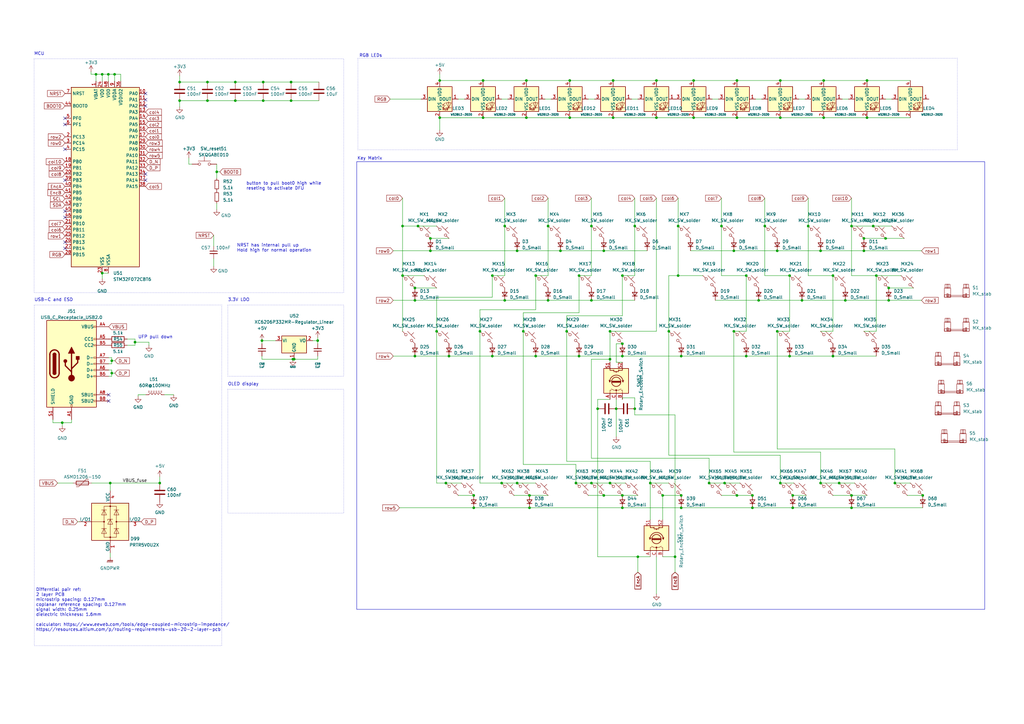
<source format=kicad_sch>
(kicad_sch (version 20230121) (generator eeschema)
  (paper "A3")
  (junction (at 25.527 173.355))
  (junction (at 120.65 147.32))
  (junction (at 184.15 146.05))
  (junction (at 349.25 203.2))
  (junction (at 354.33 97.79))
  (junction (at 250.19 147.32))
  (junction (at 320.04 198.12))
  (junction (at 355.6 48.26))
  (junction (at 182.88 198.12))
  (junction (at 207.01 123.19))
  (junction (at 300.99 135.89))
  (junction (at 212.09 198.12))
  (junction (at 224.79 123.19))
  (junction (at 313.69 92.71))
  (junction (at 341.63 113.03))
  (junction (at 302.26 203.2))
  (junction (at 107.95 33.655))
  (junction (at 229.87 102.87))
  (junction (at 237.49 146.05))
  (junction (at 41.91 30.48))
  (junction (at 302.26 33.02))
  (junction (at 214.63 135.89))
  (junction (at 237.49 113.03))
  (junction (at 170.18 123.19))
  (junction (at 318.77 135.89))
  (junction (at 337.82 33.02))
  (junction (at 269.24 33.02))
  (junction (at 331.47 92.71))
  (junction (at 308.61 203.2))
  (junction (at 44.45 30.48))
  (junction (at 290.83 198.12))
  (junction (at 130.302 139.7))
  (junction (at 363.22 97.79))
  (junction (at 328.93 123.19))
  (junction (at 279.4 208.28))
  (junction (at 278.13 92.71))
  (junction (at 276.86 228.346))
  (junction (at 170.18 118.11))
  (junction (at 284.48 33.02))
  (junction (at 260.35 92.71))
  (junction (at 302.26 48.26))
  (junction (at 85.09 33.655))
  (junction (at 344.17 198.12))
  (junction (at 201.93 113.03))
  (junction (at 45.847 153.035))
  (junction (at 297.18 198.12))
  (junction (at 359.41 113.03))
  (junction (at 341.63 146.05))
  (junction (at 165.1 92.71))
  (junction (at 170.18 146.05))
  (junction (at 247.65 102.87))
  (junction (at 196.85 135.89))
  (junction (at 45.847 147.955))
  (junction (at 55.372 140.335))
  (junction (at 271.78 203.2))
  (junction (at 96.52 33.655))
  (junction (at 306.07 113.03))
  (junction (at 255.27 140.97))
  (junction (at 217.17 208.28))
  (junction (at 311.15 123.19))
  (junction (at 242.57 198.12))
  (junction (at 255.27 203.2))
  (junction (at 364.49 123.19))
  (junction (at 266.7 198.12))
  (junction (at 198.12 33.02))
  (junction (at 205.74 198.12))
  (junction (at 224.79 92.71))
  (junction (at 354.33 102.87))
  (junction (at 378.46 203.2))
  (junction (at 323.85 113.03))
  (junction (at 120.142 147.32) (diameter 0.9144))
  (junction (at 65.532 198.12))
  (junction (at 284.48 48.26))
  (junction (at 255.27 146.05))
  (junction (at 119.38 33.655))
  (junction (at 207.01 92.71))
  (junction (at 261.62 228.346))
  (junction (at 45.212 198.12))
  (junction (at 278.13 113.03))
  (junction (at 219.71 146.05))
  (junction (at 194.31 203.2))
  (junction (at 251.46 33.02))
  (junction (at 233.68 48.26))
  (junction (at 41.91 112.014))
  (junction (at 320.04 33.02))
  (junction (at 255.27 113.03))
  (junction (at 250.19 198.12))
  (junction (at 217.17 203.2))
  (junction (at 295.91 92.71))
  (junction (at 180.34 48.26))
  (junction (at 119.38 41.275))
  (junction (at 260.35 167.64))
  (junction (at 39.37 30.48))
  (junction (at 85.09 41.275))
  (junction (at 279.4 203.2))
  (junction (at 171.45 92.71))
  (junction (at 320.04 48.26))
  (junction (at 247.65 203.2))
  (junction (at 242.57 123.19))
  (junction (at 198.12 48.26))
  (junction (at 215.9 33.02))
  (junction (at 364.49 118.11))
  (junction (at 274.32 135.89))
  (junction (at 73.66 41.275))
  (junction (at 306.07 146.05))
  (junction (at 269.24 48.26))
  (junction (at 355.6 33.02))
  (junction (at 250.19 135.89))
  (junction (at 219.71 113.03))
  (junction (at 88.9 70.485))
  (junction (at 255.27 208.28))
  (junction (at 176.53 97.79))
  (junction (at 349.25 208.28))
  (junction (at 251.46 48.26))
  (junction (at 308.61 208.28))
  (junction (at 194.31 208.28))
  (junction (at 236.22 198.12))
  (junction (at 358.14 92.71))
  (junction (at 349.25 92.71))
  (junction (at 73.66 33.655))
  (junction (at 96.52 41.275))
  (junction (at 165.1 113.03))
  (junction (at 201.93 146.05))
  (junction (at 336.55 198.12))
  (junction (at 300.99 102.87))
  (junction (at 107.442 139.7) (diameter 0.9144))
  (junction (at 279.4 146.05))
  (junction (at 346.71 123.19))
  (junction (at 245.11 167.64))
  (junction (at 323.85 146.05))
  (junction (at 367.03 198.12))
  (junction (at 337.82 48.26))
  (junction (at 215.9 48.26))
  (junction (at 46.99 30.48))
  (junction (at 232.41 135.89))
  (junction (at 233.68 33.02))
  (junction (at 179.07 135.89))
  (junction (at 242.57 92.71))
  (junction (at 252.73 167.64))
  (junction (at 180.34 33.02))
  (junction (at 318.77 102.87))
  (junction (at 336.55 102.87))
  (junction (at 107.95 41.275))
  (junction (at 325.12 208.28))
  (junction (at 176.53 102.87))
  (junction (at 325.12 203.2))
  (junction (at 212.09 102.87))
  (no_connect (at 26.67 51.054))
  (no_connect (at 26.67 48.514))
  (no_connect (at 59.69 40.894))
  (no_connect (at 26.67 89.154))
  (no_connect (at 59.69 71.374))
  (no_connect (at 59.69 38.354))
  (no_connect (at 26.67 99.314))
  (no_connect (at 26.67 61.214))
  (no_connect (at 44.577 161.925))
  (no_connect (at 59.69 73.914))
  (no_connect (at 26.67 86.614))
  (no_connect (at 44.577 164.465))
  (no_connect (at 26.67 73.914))
  (no_connect (at 26.67 101.854))
  (no_connect (at 59.69 43.434))
  (wire (pts (xy 107.95 41.275) (xy 119.38 41.275)))
  (wire (pts (xy 208.28 40.64) (xy 205.74 40.64)))
  (wire (pts (xy 77.47 67.31) (xy 77.47 64.77)))
  (wire (pts (xy 349.25 203.2) (xy 355.6 203.2)))
  (wire (pts (xy 318.77 184.15) (xy 367.03 184.15)))
  (wire (pts (xy 194.31 208.28) (xy 163.83 208.28)))
  (wire (pts (xy 269.24 48.26) (xy 284.48 48.26)))
  (wire (pts (xy 207.01 123.19) (xy 224.79 123.19)))
  (wire (pts (xy 345.44 40.64) (xy 347.98 40.64)))
  (wire (pts (xy 313.69 113.03) (xy 323.85 113.03)))
  (wire (pts (xy 295.91 113.03) (xy 306.07 113.03)))
  (wire (pts (xy 160.02 40.64) (xy 172.72 40.64)))
  (wire (pts (xy 161.29 102.87) (xy 176.53 102.87)))
  (wire (pts (xy 196.85 198.12) (xy 205.74 198.12)))
  (wire (pts (xy 359.41 113.03) (xy 359.41 135.89)))
  (wire (pts (xy 279.4 208.28) (xy 308.61 208.28)))
  (wire (pts (xy 21.717 173.355) (xy 25.527 173.355)))
  (wire (pts (xy 355.6 33.02) (xy 373.38 33.02)))
  (wire (pts (xy 233.68 48.26) (xy 251.46 48.26)))
  (wire (pts (xy 260.35 163.195) (xy 260.35 167.64)))
  (wire (pts (xy 130.302 138.43) (xy 130.302 139.7)))
  (wire (pts (xy 45.847 146.685) (xy 45.847 147.955)))
  (wire (pts (xy 85.09 33.655) (xy 73.66 33.655)))
  (wire (pts (xy 207.01 113.03) (xy 201.93 113.03)))
  (wire (pts (xy 207.01 92.71) (xy 207.01 113.03)))
  (wire (pts (xy 37.338 29.464) (xy 37.338 30.48)))
  (wire (pts (xy 96.52 41.275) (xy 107.95 41.275)))
  (wire (pts (xy 215.9 48.26) (xy 233.68 48.26)))
  (wire (pts (xy 323.85 135.89) (xy 318.77 135.89)))
  (wire (pts (xy 61.087 140.335) (xy 61.087 141.605)))
  (wire (pts (xy 180.34 48.26) (xy 180.34 53.34)))
  (wire (pts (xy 260.35 113.03) (xy 255.27 113.03)))
  (wire (pts (xy 205.74 198.12) (xy 212.09 198.12)))
  (wire (pts (xy 23.622 198.12) (xy 29.972 198.12)))
  (wire (pts (xy 359.41 113.03) (xy 369.57 113.03)))
  (wire (pts (xy 187.96 203.2) (xy 194.31 203.2)))
  (wire (pts (xy 279.4 146.05) (xy 306.07 146.05)))
  (wire (pts (xy 260.35 170.18) (xy 276.86 170.18)))
  (wire (pts (xy 251.46 33.02) (xy 269.24 33.02)))
  (wire (pts (xy 250.19 147.32) (xy 242.57 147.32)))
  (wire (pts (xy 325.12 203.2) (xy 330.708 203.2)))
  (wire (pts (xy 217.17 203.2) (xy 224.79 203.2)))
  (wire (pts (xy 170.18 146.05) (xy 184.15 146.05)))
  (wire (pts (xy 198.12 48.26) (xy 215.9 48.26)))
  (wire (pts (xy 260.35 167.64) (xy 260.35 170.18)))
  (wire (pts (xy 229.87 102.87) (xy 247.65 102.87)))
  (wire (pts (xy 165.1 81.28) (xy 165.1 92.71)))
  (wire (pts (xy 55.372 140.335) (xy 55.372 139.065)))
  (wire (pts (xy 250.19 135.89) (xy 269.24 135.89)))
  (wire (pts (xy 377.952 102.87) (xy 354.33 102.87)))
  (wire (pts (xy 88.9 67.31) (xy 88.9 70.485)))
  (wire (pts (xy 44.45 30.48) (xy 46.99 30.48)))
  (wire (pts (xy 306.07 135.89) (xy 300.99 135.89)))
  (wire (pts (xy 201.93 121.92) (xy 179.07 121.92)))
  (wire (pts (xy 37.338 30.48) (xy 39.37 30.48)))
  (wire (pts (xy 45.847 151.765) (xy 45.847 153.035)))
  (wire (pts (xy 284.48 33.02) (xy 302.26 33.02)))
  (wire (pts (xy 130.302 139.7) (xy 130.302 140.97)))
  (wire (pts (xy 180.34 33.02) (xy 198.12 33.02)))
  (wire (pts (xy 39.37 30.48) (xy 39.37 33.274)))
  (wire (pts (xy 242.57 92.71) (xy 242.57 113.03)))
  (wire (pts (xy 358.14 92.71) (xy 365.76 92.71)))
  (wire (pts (xy 71.247 161.925) (xy 67.437 161.925)))
  (wire (pts (xy 29.337 173.355) (xy 29.337 172.085)))
  (wire (pts (xy 293.37 123.19) (xy 311.15 123.19)))
  (wire (pts (xy 363.22 40.64) (xy 365.76 40.64)))
  (wire (pts (xy 260.35 92.71) (xy 260.35 113.03)))
  (wire (pts (xy 171.45 92.71) (xy 165.1 92.71)))
  (wire (pts (xy 212.09 198.12) (xy 219.71 198.12)))
  (wire (pts (xy 182.88 198.12) (xy 189.23 198.12)))
  (wire (pts (xy 251.46 48.26) (xy 269.24 48.26)))
  (wire (pts (xy 242.57 198.12) (xy 250.19 198.12)))
  (wire (pts (xy 180.34 48.26) (xy 198.12 48.26)))
  (wire (pts (xy 247.65 102.87) (xy 265.43 102.87)))
  (wire (pts (xy 170.18 118.11) (xy 179.07 118.11)))
  (wire (pts (xy 21.717 172.085) (xy 21.717 173.355)))
  (wire (pts (xy 219.71 146.05) (xy 237.49 146.05)))
  (wire (pts (xy 194.31 208.28) (xy 217.17 208.28)))
  (wire (pts (xy 245.11 163.83) (xy 250.19 163.83)))
  (wire (pts (xy 184.15 146.05) (xy 201.93 146.05)))
  (wire (pts (xy 46.99 30.48) (xy 46.99 33.274)))
  (wire (pts (xy 45.212 226.695) (xy 45.212 228.6)))
  (wire (pts (xy 346.71 123.19) (xy 364.49 123.19)))
  (wire (pts (xy 242.57 187.96) (xy 290.83 187.96)))
  (wire (pts (xy 41.91 30.48) (xy 44.45 30.48)))
  (wire (pts (xy 349.25 81.28) (xy 349.25 92.71)))
  (wire (pts (xy 161.29 123.19) (xy 170.18 123.19)))
  (wire (pts (xy 88.9 70.485) (xy 88.9 73.152)))
  (wire (pts (xy 295.91 92.71) (xy 295.91 113.03)))
  (wire (pts (xy 45.847 154.305) (xy 45.847 153.035)))
  (wire (pts (xy 302.26 203.2) (xy 308.61 203.2)))
  (wire (pts (xy 120.65 147.32) (xy 130.302 147.32)))
  (wire (pts (xy 266.7 198.12) (xy 274.32 198.12)))
  (wire (pts (xy 290.83 187.96) (xy 290.83 198.12)))
  (wire (pts (xy 325.12 208.28) (xy 349.25 208.28)))
  (wire (pts (xy 219.71 127) (xy 196.85 127)))
  (wire (pts (xy 313.69 92.71) (xy 313.69 113.03)))
  (wire (pts (xy 300.99 102.87) (xy 318.77 102.87)))
  (wire (pts (xy 255.27 148.59) (xy 252.73 148.59)))
  (wire (pts (xy 224.79 81.28) (xy 224.79 92.71)))
  (wire (pts (xy 165.1 113.03) (xy 173.99 113.03)))
  (wire (pts (xy 349.25 92.71) (xy 349.25 113.03)))
  (wire (pts (xy 364.49 123.19) (xy 377.952 123.19)))
  (wire (pts (xy 179.07 198.12) (xy 182.88 198.12)))
  (wire (pts (xy 196.85 127) (xy 196.85 135.89)))
  (wire (pts (xy 87.63 109.22) (xy 87.63 106.045)))
  (wire (pts (xy 120.65 147.32) (xy 120.142 147.32)))
  (wire (pts (xy 250.19 198.12) (xy 256.54 198.12)))
  (wire (pts (xy 214.63 128.27) (xy 214.63 135.89)))
  (wire (pts (xy 44.577 149.225) (xy 45.847 149.225)))
  (wire (pts (xy 25.527 173.355) (xy 29.337 173.355)))
  (wire (pts (xy 255.27 129.54) (xy 232.41 129.54)))
  (wire (pts (xy 278.13 113.03) (xy 288.29 113.03)))
  (wire (pts (xy 274.32 113.03) (xy 274.32 135.89)))
  (wire (pts (xy 224.79 123.19) (xy 242.57 123.19)))
  (wire (pts (xy 242.57 113.03) (xy 237.49 113.03)))
  (wire (pts (xy 224.79 113.03) (xy 219.71 113.03)))
  (wire (pts (xy 336.55 198.12) (xy 344.17 198.12)))
  (wire (pts (xy 161.29 146.05) (xy 170.18 146.05)))
  (wire (pts (xy 302.26 48.26) (xy 320.04 48.26)))
  (wire (pts (xy 49.53 30.48) (xy 49.53 33.274)))
  (wire (pts (xy 266.7 213.106) (xy 266.7 198.12)))
  (wire (pts (xy 320.04 33.02) (xy 337.82 33.02)))
  (wire (pts (xy 119.38 41.275) (xy 130.81 41.275)))
  (wire (pts (xy 39.37 30.48) (xy 41.91 30.48)))
  (wire (pts (xy 210.82 203.2) (xy 217.17 203.2)))
  (wire (pts (xy 179.07 135.89) (xy 179.07 198.12)))
  (wire (pts (xy 130.302 146.05) (xy 130.302 147.32)))
  (wire (pts (xy 337.82 48.26) (xy 355.6 48.26)))
  (wire (pts (xy 107.95 33.655) (xy 119.38 33.655)))
  (wire (pts (xy 170.18 123.19) (xy 207.01 123.19)))
  (wire (pts (xy 331.47 113.03) (xy 341.63 113.03)))
  (wire (pts (xy 279.4 203.2) (xy 271.78 203.2)))
  (wire (pts (xy 232.41 129.54) (xy 232.41 135.89)))
  (wire (pts (xy 331.47 92.71) (xy 331.47 113.03)))
  (wire (pts (xy 337.82 33.02) (xy 355.6 33.02)))
  (wire (pts (xy 255.27 146.05) (xy 279.4 146.05)))
  (wire (pts (xy 128.27 139.7) (xy 130.302 139.7)))
  (wire (pts (xy 302.26 203.2) (xy 295.91 203.2)))
  (wire (pts (xy 245.11 167.64) (xy 245.11 228.346)))
  (wire (pts (xy 336.55 102.87) (xy 354.33 102.87)))
  (wire (pts (xy 255.27 113.03) (xy 255.27 129.54)))
  (wire (pts (xy 56.642 161.925) (xy 59.817 161.925)))
  (wire (pts (xy 107.442 139.7) (xy 113.03 139.7)))
  (wire (pts (xy 87.63 96.52) (xy 87.63 100.965)))
  (wire (pts (xy 219.71 113.03) (xy 219.71 127)))
  (wire (pts (xy 212.09 102.87) (xy 229.87 102.87)))
  (wire (pts (xy 269.24 33.02) (xy 284.48 33.02)))
  (wire (pts (xy 171.45 92.71) (xy 179.07 92.71)))
  (wire (pts (xy 201.93 146.05) (xy 219.71 146.05)))
  (wire (pts (xy 355.6 48.26) (xy 373.38 48.26)))
  (wire (pts (xy 176.53 102.87) (xy 212.09 102.87)))
  (wire (pts (xy 252.73 163.83) (xy 252.73 167.64)))
  (wire (pts (xy 232.41 135.89) (xy 232.41 189.23)))
  (wire (pts (xy 344.17 198.12) (xy 350.52 198.12)))
  (wire (pts (xy 73.66 43.815) (xy 73.66 41.275)))
  (wire (pts (xy 107.442 139.7) (xy 107.442 140.97)))
  (wire (pts (xy 302.26 33.02) (xy 320.04 33.02)))
  (wire (pts (xy 242.57 147.32) (xy 242.57 187.96)))
  (wire (pts (xy 290.83 198.12) (xy 297.18 198.12)))
  (wire (pts (xy 259.08 40.64) (xy 261.62 40.64)))
  (wire (pts (xy 306.07 146.05) (xy 323.85 146.05)))
  (wire (pts (xy 52.197 139.065) (xy 55.372 139.065)))
  (wire (pts (xy 274.32 135.89) (xy 274.32 186.69)))
  (wire (pts (xy 241.3 40.64) (xy 243.84 40.64)))
  (wire (pts (xy 255.27 163.195) (xy 255.27 163.83)))
  (wire (pts (xy 300.99 135.89) (xy 300.99 185.42)))
  (wire (pts (xy 320.04 48.26) (xy 337.82 48.26)))
  (wire (pts (xy 96.52 33.655) (xy 107.95 33.655)))
  (wire (pts (xy 233.68 33.02) (xy 251.46 33.02)))
  (wire (pts (xy 196.85 135.89) (xy 196.85 198.12)))
  (wire (pts (xy 271.78 203.2) (xy 271.78 213.106)))
  (wire (pts (xy 180.34 30.48) (xy 180.34 33.02)))
  (wire (pts (xy 284.48 48.26) (xy 302.26 48.26)))
  (wire (pts (xy 55.372 140.335) (xy 61.087 140.335)))
  (wire (pts (xy 65.532 195.58) (xy 65.532 198.12)))
  (wire (pts (xy 247.65 203.2) (xy 255.27 203.2)))
  (wire (pts (xy 297.18 198.12) (xy 303.53 198.12)))
  (wire (pts (xy 41.91 112.014) (xy 41.91 114.3)))
  (wire (pts (xy 56.642 162.56) (xy 56.642 161.925)))
  (wire (pts (xy 260.35 163.195) (xy 255.27 163.195)))
  (wire (pts (xy 323.85 113.03) (xy 323.85 135.89)))
  (wire (pts (xy 44.577 151.765) (xy 45.847 151.765)))
  (wire (pts (xy 247.65 203.2) (xy 241.3 203.2)))
  (wire (pts (xy 261.62 228.346) (xy 266.7 228.346)))
  (wire (pts (xy 44.577 154.305) (xy 45.847 154.305)))
  (wire (pts (xy 364.49 118.11) (xy 374.65 118.11)))
  (wire (pts (xy 88.9 83.312) (xy 88.9 85.852)))
  (wire (pts (xy 320.04 198.12) (xy 325.628 198.12)))
  (wire (pts (xy 278.13 81.28) (xy 278.13 92.71)))
  (wire (pts (xy 242.57 123.19) (xy 260.35 123.19)))
  (wire (pts (xy 336.55 185.42) (xy 336.55 198.12)))
  (wire (pts (xy 190.5 40.64) (xy 187.96 40.64)))
  (wire (pts (xy 260.35 81.28) (xy 260.35 92.71)))
  (wire (pts (xy 341.63 113.03) (xy 341.63 135.89)))
  (wire (pts (xy 245.11 163.83) (xy 245.11 167.64)))
  (wire (pts (xy 341.63 146.05) (xy 359.41 146.05)))
  (wire (pts (xy 278.13 92.71) (xy 278.13 113.03)))
  (wire (pts (xy 309.88 40.64) (xy 312.42 40.64)))
  (wire (pts (xy 354.33 97.79) (xy 363.22 97.79)))
  (wire (pts (xy 269.24 228.346) (xy 269.24 243.586)))
  (wire (pts (xy 223.52 40.64) (xy 226.06 40.64)))
  (wire (pts (xy 300.99 185.42) (xy 336.55 185.42)))
  (wire (pts (xy 328.93 123.19) (xy 346.71 123.19)))
  (wire (pts (xy 78.74 67.31) (xy 77.47 67.31)))
  (wire (pts (xy 215.9 33.02) (xy 233.68 33.02)))
  (wire (pts (xy 224.79 92.71) (xy 224.79 113.03)))
  (wire (pts (xy 52.197 141.605) (xy 55.372 141.605)))
  (wire (pts (xy 250.19 147.32) (xy 250.19 148.59)))
  (wire (pts (xy 44.577 146.685) (xy 45.847 146.685)))
  (wire (pts (xy 252.73 148.59) (xy 252.73 140.97)))
  (wire (pts (xy 308.61 208.28) (xy 325.12 208.28)))
  (wire (pts (xy 46.99 30.48) (xy 49.53 30.48)))
  (wire (pts (xy 276.86 170.18) (xy 276.86 228.346)))
  (wire (pts (xy 250.19 135.89) (xy 250.19 147.32)))
  (wire (pts (xy 327.66 40.64) (xy 330.2 40.64)))
  (wire (pts (xy 237.49 113.03) (xy 237.49 128.27)))
  (wire (pts (xy 318.77 102.87) (xy 336.55 102.87)))
  (wire (pts (xy 45.212 198.12) (xy 65.532 198.12)))
  (wire (pts (xy 45.212 198.12) (xy 45.212 201.295)))
  (wire (pts (xy 214.63 135.89) (xy 214.63 190.5)))
  (wire (pts (xy 214.63 190.5) (xy 236.22 190.5)))
  (wire (pts (xy 311.15 123.19) (xy 328.93 123.19)))
  (wire (pts (xy 236.22 198.12) (xy 242.57 198.12)))
  (wire (pts (xy 107.442 146.05) (xy 107.442 147.32)))
  (wire (pts (xy 31.877 213.995) (xy 32.512 213.995)))
  (wire (pts (xy 372.11 203.2) (xy 378.46 203.2)))
  (wire (pts (xy 271.78 228.346) (xy 276.86 228.346)))
  (wire (pts (xy 120.142 147.32) (xy 107.442 147.32)))
  (wire (pts (xy 245.11 228.346) (xy 261.62 228.346)))
  (wire (pts (xy 179.07 121.92) (xy 179.07 135.89)))
  (wire (pts (xy 269.24 81.28) (xy 269.24 135.89)))
  (wire (pts (xy 295.91 81.28) (xy 295.91 92.71)))
  (wire (pts (xy 261.62 228.346) (xy 261.62 234.696)))
  (wire (pts (xy 283.21 102.87) (xy 300.99 102.87)))
  (wire (pts (xy 349.25 92.71) (xy 358.14 92.71)))
  (wire (pts (xy 85.09 41.275) (xy 96.52 41.275)))
  (wire (pts (xy 25.527 174.625) (xy 25.527 173.355)))
  (wire (pts (xy 266.7 189.23) (xy 266.7 198.12)))
  (wire (pts (xy 274.32 113.03) (xy 278.13 113.03)))
  (wire (pts (xy 349.25 208.28) (xy 378.46 208.28)))
  (wire (pts (xy 37.592 198.12) (xy 45.212 198.12)))
  (wire (pts (xy 359.41 135.89) (xy 354.33 135.89)))
  (wire (pts (xy 232.41 189.23) (xy 266.7 189.23)))
  (wire (pts (xy 331.47 81.28) (xy 331.47 92.71)))
  (wire (pts (xy 252.73 167.64) (xy 252.73 179.07)))
  (wire (pts (xy 242.57 81.28) (xy 242.57 92.71)))
  (wire (pts (xy 255.27 140.97) (xy 252.73 140.97)))
  (wire (pts (xy 55.372 141.605) (xy 55.372 140.335)))
  (wire (pts (xy 306.07 113.03) (xy 306.07 135.89)))
  (wire (pts (xy 45.847 147.955) (xy 45.847 149.225)))
  (wire (pts (xy 119.38 33.655) (xy 130.81 33.655)))
  (wire (pts (xy 85.09 33.655) (xy 96.52 33.655)))
  (wire (pts (xy 207.01 81.28) (xy 207.01 92.71)))
  (wire (pts (xy 313.69 81.28) (xy 313.69 92.71)))
  (wire (pts (xy 217.17 208.28) (xy 255.27 208.28)))
  (wire (pts (xy 44.45 30.48) (xy 44.45 33.274)))
  (wire (pts (xy 198.12 33.02) (xy 215.9 33.02)))
  (wire (pts (xy 41.91 30.48) (xy 41.91 33.274)))
  (wire (pts (xy 45.847 153.035) (xy 47.117 153.035)))
  (wire (pts (xy 255.27 208.28) (xy 279.4 208.28)))
  (wire (pts (xy 165.1 113.03) (xy 165.1 135.89)))
  (wire (pts (xy 73.66 31.115) (xy 73.66 33.655)))
  (wire (pts (xy 274.32 186.69) (xy 320.04 186.69)))
  (wire (pts (xy 255.27 203.2) (xy 261.62 203.2)))
  (wire (pts (xy 237.49 128.27) (xy 214.63 128.27)))
  (wire (pts (xy 323.85 146.05) (xy 341.63 146.05)))
  (wire (pts (xy 341.63 135.89) (xy 336.55 135.89)))
  (wire (pts (xy 341.63 203.2) (xy 349.25 203.2)))
  (wire (pts (xy 367.03 184.15) (xy 367.03 198.12)))
  (wire (pts (xy 41.91 112.014) (xy 44.45 112.014)))
  (wire (pts (xy 88.9 70.485) (xy 90.17 70.485)))
  (wire (pts (xy 320.04 186.69) (xy 320.04 198.12)))
  (wire (pts (xy 237.49 146.05) (xy 255.27 146.05)))
  (wire (pts (xy 318.77 135.89) (xy 318.77 184.15)))
  (wire (pts (xy 201.93 113.03) (xy 201.93 121.92)))
  (wire (pts (xy 349.25 113.03) (xy 359.41 113.03)))
  (wire (pts (xy 276.86 228.346) (xy 276.86 234.696)))
  (wire (pts (xy 165.1 92.71) (xy 165.1 113.03)))
  (wire (pts (xy 45.847 147.955) (xy 47.117 147.955)))
  (wire (pts (xy 176.53 97.79) (xy 184.15 97.79)))
  (wire (pts (xy 85.09 41.275) (xy 73.66 41.275)))
  (wire (pts (xy 292.1 40.64) (xy 294.64 40.64)))
  (wire (pts (xy 367.03 198.12) (xy 373.38 198.12)))
  (wire (pts (xy 370.84 97.79) (xy 363.22 97.79)))
  (wire (pts (xy 236.22 190.5) (xy 236.22 198.12)))
  (rectangle (start 93.472 125.095) (end 140.97 154.305) (stroke (width 0) (type dot)))
  (rectangle (start 146.812 23.876) (end 392.684 61.468) (stroke (width 0) (type dot)))
  (rectangle (start 93.472 159.639) (end 140.97 210.439) (stroke (width 0) (type dot)))
  (rectangle (start 14.097 125.095) (end 90.932 264.795) (stroke (width 0) (type dot)))
  (rectangle (start 13.97 24.13) (end 140.97 120.015) (stroke (width 0) (type dot)))
  (rectangle (start 146.304 66.294) (end 403.86 249.936))
  (text "button to pull boot0 high while \nreseting to activate DFU" (at 100.965 78.105 0) (effects (font (size 1.27 1.27)) (justify left bottom)))
  (text "UFP pull down" (at 56.642 139.065 0) (effects (font (size 1.27 1.27)) (justify left bottom)))
  (text "MCU" (at 13.97 22.86 0) (effects (font (size 1.27 1.27)) (justify left bottom)))
  (text "RGB LEDs" (at 147.32 23.622 0) (effects (font (size 1.27 1.27)) (justify left bottom)))
  (text "3.3V LDO" (at 93.472 123.825 0) (effects (font (size 1.27 1.27)) (justify left bottom)))
  (text "USB-C and ESD" (at 14.097 123.825 0) (effects (font (size 1.27 1.27)) (justify left bottom)))
  (text "OLED display" (at 93.472 158.369 0) (effects (font (size 1.27 1.27)) (justify left bottom)))
  (text "NRST has internal pull up\nHold high for normal operation" (at 97.155 103.505 0) (effects (font (size 1.27 1.27)) (justify left bottom)))
  (text "Differntial pair ref:\n2 layer PCB\nmicrostrip spacing: 0.127mm\ncoplanar reference spacing: 0.127mm\nsignal width: 0.25mm\ndielectric thickness: 1.6mm\n\ncalculator: https://www.eeweb.com/tools/edge-coupled-microstrip-impedance/\nhttps://resources.altium.com/p/routing-requirements-usb-20-2-layer-pcb" (at 14.732 259.08 0) (effects (font (size 1.27 1.27)) (justify left bottom)))
  (text "Key Matrix" (at 146.558 65.786 0) (effects (font (size 1.27 1.27)) (justify left bottom)))
  (label "VBUS_fuse" (at 50.292 198.12 0))
  (global_label "col4" (shape input) (at 59.69 45.974 0) (property "Intersheetrefs" "${INTERSHEET_REFS}" (effects hide)))
  (global_label "col4" (shape input) (at 260.35 81.28 180) (property "Intersheetrefs" "${INTERSHEET_REFS}" (effects hide)))
  (global_label "col9" (shape input) (at 331.47 81.28 180) (property "Intersheetrefs" "${INTERSHEET_REFS}" (effects hide)))
  (global_label "row2" (shape input) (at 161.29 123.19 180) (property "Intersheetrefs" "${INTERSHEET_REFS}" (effects hide)))
  (global_label "D_N" (shape input) (at 31.877 213.995 180) (property "Intersheetrefs" "${INTERSHEET_REFS}" (effects hide)))
  (global_label "D_P" (shape input) (at 47.117 153.035 0) (property "Intersheetrefs" "${INTERSHEET_REFS}" (effects hide)))
  (global_label "row2" (shape input) (at 26.67 56.134 180) (property "Intersheetrefs" "${INTERSHEET_REFS}" (effects hide)))
  (global_label "VBUS" (shape input) (at 23.622 198.12 180) (property "Intersheetrefs" "${INTERSHEET_REFS}" (effects hide)))
  (global_label "row4" (shape input) (at 59.69 61.214 0) (property "Intersheetrefs" "${INTERSHEET_REFS}" (effects hide)))
  (global_label "col0" (shape input) (at 59.69 56.134 0) (property "Intersheetrefs" "${INTERSHEET_REFS}" (effects hide)))
  (global_label "col6" (shape input) (at 26.67 94.234 180) (property "Intersheetrefs" "${INTERSHEET_REFS}" (effects hide)))
  (global_label "D_P" (shape input) (at 57.912 213.995 0) (property "Intersheetrefs" "${INTERSHEET_REFS}" (effects hide)))
  (global_label "row0" (shape input) (at 161.29 102.87 180) (property "Intersheetrefs" "${INTERSHEET_REFS}" (effects hide)))
  (global_label "BOOT0" (shape input) (at 90.17 70.485 0) (property "Intersheetrefs" "${INTERSHEET_REFS}" (effects hide)))
  (global_label "col2" (shape input) (at 59.69 51.054 0) (property "Intersheetrefs" "${INTERSHEET_REFS}" (effects hide)))
  (global_label "EncB" (shape input) (at 26.67 78.994 180) (property "Intersheetrefs" "${INTERSHEET_REFS}" (effects hide)))
  (global_label "col10" (shape input) (at 26.67 66.294 180) (property "Intersheetrefs" "${INTERSHEET_REFS}" (effects hide)))
  (global_label "col2" (shape input) (at 224.79 81.28 180) (property "Intersheetrefs" "${INTERSHEET_REFS}" (effects hide)))
  (global_label "col5" (shape input) (at 59.69 76.454 0) (property "Intersheetrefs" "${INTERSHEET_REFS}" (effects hide)))
  (global_label "col3" (shape input) (at 59.69 48.514 0) (property "Intersheetrefs" "${INTERSHEET_REFS}" (effects hide)))
  (global_label "row5" (shape input) (at 59.69 63.754 0) (property "Intersheetrefs" "${INTERSHEET_REFS}" (effects hide)))
  (global_label "row1" (shape input) (at 377.952 102.87 0) (property "Intersheetrefs" "${INTERSHEET_REFS}" (effects hide)))
  (global_label "col8" (shape input) (at 26.67 71.374 180) (property "Intersheetrefs" "${INTERSHEET_REFS}" (effects hide)))
  (global_label "EncA" (shape input) (at 26.67 76.454 180) (property "Intersheetrefs" "${INTERSHEET_REFS}" (effects hide)))
  (global_label "SCL" (shape input) (at 26.67 81.534 180) (property "Intersheetrefs" "${INTERSHEET_REFS}" (effects hide)))
  (global_label "row4" (shape input) (at 161.29 146.05 180) (property "Intersheetrefs" "${INTERSHEET_REFS}" (effects hide)))
  (global_label "col1" (shape input) (at 207.01 81.28 180) (property "Intersheetrefs" "${INTERSHEET_REFS}" (effects hide)))
  (global_label "EncB" (shape input) (at 276.86 234.696 270) (property "Intersheetrefs" "${INTERSHEET_REFS}" (effects hide)))
  (global_label "col7" (shape input) (at 295.91 81.28 180) (property "Intersheetrefs" "${INTERSHEET_REFS}" (effects hide)))
  (global_label "row5" (shape input) (at 163.83 208.28 180) (property "Intersheetrefs" "${INTERSHEET_REFS}" (effects hide)))
  (global_label "BOOT0" (shape input) (at 26.67 43.434 180) (property "Intersheetrefs" "${INTERSHEET_REFS}" (effects hide)))
  (global_label "row3" (shape input) (at 59.69 58.674 0) (property "Intersheetrefs" "${INTERSHEET_REFS}" (effects hide)))
  (global_label "EncA" (shape input) (at 261.62 234.696 270) (property "Intersheetrefs" "${INTERSHEET_REFS}" (effects hide)))
  (global_label "row1" (shape input) (at 26.67 96.774 180) (property "Intersheetrefs" "${INTERSHEET_REFS}" (effects hide)))
  (global_label "NRST" (shape input) (at 87.63 96.52 180) (property "Intersheetrefs" "${INTERSHEET_REFS}" (effects hide)))
  (global_label "col6" (shape input) (at 278.13 81.28 180) (property "Intersheetrefs" "${INTERSHEET_REFS}" (effects hide)))
  (global_label "RGB" (shape input) (at 160.02 40.64 180) (property "Intersheetrefs" "${INTERSHEET_REFS}" (effects hide)))
  (global_label "RGB" (shape input) (at 26.67 104.394 180) (property "Intersheetrefs" "${INTERSHEET_REFS}" (effects hide)))
  (global_label "EncB" (shape input) (at 276.86 234.696 270) (property "Intersheetrefs" "${INTERSHEET_REFS}" (effects hide)))
  (global_label "col8" (shape input) (at 313.69 81.28 180) (property "Intersheetrefs" "${INTERSHEET_REFS}" (effects hide)))
  (global_label "col0" (shape input) (at 165.1 81.28 180) (property "Intersheetrefs" "${INTERSHEET_REFS}" (effects hide)))
  (global_label "D_P" (shape input) (at 59.69 68.834 0) (property "Intersheetrefs" "${INTERSHEET_REFS}" (effects hide)))
  (global_label "VBUS" (shape input) (at 44.577 133.985 0) (property "Intersheetrefs" "${INTERSHEET_REFS}" (effects hide)))
  (global_label "row0" (shape input) (at 26.67 58.674 180) (property "Intersheetrefs" "${INTERSHEET_REFS}" (effects hide)))
  (global_label "D_N" (shape input) (at 59.69 66.294 0) (property "Intersheetrefs" "${INTERSHEET_REFS}" (effects hide)))
  (global_label "col7" (shape input) (at 26.67 91.694 180) (property "Intersheetrefs" "${INTERSHEET_REFS}" (effects hide)))
  (global_label "SDA" (shape input) (at 26.67 84.074 180) (property "Intersheetrefs" "${INTERSHEET_REFS}" (effects hide)))
  (global_label "col5" (shape input) (at 269.24 81.28 180) (property "Intersheetrefs" "${INTERSHEET_REFS}" (effects hide)))
  (global_label "col10" (shape input) (at 349.25 81.28 180) (property "Intersheetrefs" "${INTERSHEET_REFS}" (effects hide)))
  (global_label "NRST" (shape input) (at 26.67 38.354 180) (property "Intersheetrefs" "${INTERSHEET_REFS}" (effects hide)))
  (global_label "row3" (shape input) (at 377.952 123.19 0) (property "Intersheetrefs" "${INTERSHEET_REFS}" (effects hide)))
  (global_label "col3" (shape input) (at 242.57 81.28 180) (property "Intersheetrefs" "${INTERSHEET_REFS}" (effects hide)))
  (global_label "D_N" (shape input) (at 47.117 147.955 0) (property "Intersheetrefs" "${INTERSHEET_REFS}" (effects hide)))
  (global_label "col1" (shape input) (at 59.69 53.594 0) (property "Intersheetrefs" "${INTERSHEET_REFS}" (effects hide)))
  (global_label "EncA" (shape input) (at 261.62 234.696 270) (property "Intersheetrefs" "${INTERSHEET_REFS}" (effects hide)))
  (global_label "col9" (shape input) (at 26.67 68.834 180) (property "Intersheetrefs" "${INTERSHEET_REFS}" (effects hide)))
  (symbol (lib_id "LED:SK6812MINI") (at 198.12 40.64 0) (unit 1)
    (property "Reference" "LED2" (at 205.74 44.45 0))
    (property "Value" "WS2812-2020" (at 207.01 46.99 0) (effects (font (size 0.8 0.8))))
    (property "Footprint" "PCM_marbastlib-various:LED_WS2812_2020" (effects hide))
    (property "Datasheet" "https://cdn-shop.adafruit.com/product-files/2686/SK6812MINI_REV.01-1-2.pdf" (effects hide))
    (property "JlcRotOffset" "14" (effects hide))
  )
  (symbol (lib_id "Device:D_Small") (at 354.33 100.33 90) (unit 1)
    (property "Reference" "D11" (at 356.362 99.06 90) (effects (justify right)))
    (property "Value" "D_Small" (at 356.362 101.6 90) (effects (justify right)))
    (property "Footprint" "Diode_SMD:D_SOD-123" (effects hide))
    (property "Sim.Device" "D" (effects hide))
    (property "Sim.Pins" "1=K 2=A" (effects hide))
  )
  (symbol (lib_id "Device:C_Small") (at 107.442 143.51 180) (unit 1)
    (property "Reference" "C58" (at 107.442 149.225 0) (effects (font (size 0.762 0.762))))
    (property "Value" "1uF" (at 107.442 150.495 0) (effects (font (size 0.762 0.762))))
    (property "Footprint" "Capacitor_SMD:C_0402_1005Metric" (effects hide))
    (property "LCSC" "C52923" (effects hide))
  )
  (symbol (lib_id "PCM_marbastlib-mx:MX_SW_solder") (at 298.45 95.25 0) (unit 1)
    (property "Reference" "MX8" (at 298.45 87.884 0))
    (property "Value" "MX_SW_solder" (at 298.45 90.424 0))
    (property "Footprint" "PCM_marbastlib-mx:SW_MX_1u" (effects hide))
  )
  (symbol (lib_id "LED:SK6812MINI") (at 320.04 40.64 0) (unit 1)
    (property "Reference" "LED7" (at 327.66 44.45 0))
    (property "Value" "WS2812-2020" (at 328.93 46.99 0) (effects (font (size 0.8 0.8))))
    (property "Footprint" "PCM_marbastlib-various:LED_WS2812_2020" (effects hide))
    (property "Datasheet" "https://cdn-shop.adafruit.com/product-files/2686/SK6812MINI_REV.01-1-2.pdf" (effects hide))
    (property "JlcRotOffset" "194" (effects hide))
  )
  (symbol (lib_id "Device:D_Small") (at 265.43 100.33 90) (unit 1)
    (property "Reference" "D6" (at 267.462 99.06 90) (effects (justify right)))
    (property "Value" "D_Small" (at 267.462 101.6 90) (effects (justify right)))
    (property "Footprint" "Diode_SMD:D_SOD-123" (effects hide))
    (property "Sim.Device" "D" (effects hide))
    (property "Sim.Pins" "1=K 2=A" (effects hide))
  )
  (symbol (lib_id "Device:D_Small") (at 325.12 205.74 90) (unit 1)
    (property "Reference" "D66" (at 327.152 204.47 90) (effects (justify right)))
    (property "Value" "D_Small" (at 327.152 207.01 90) (effects (justify right)))
    (property "Footprint" "Diode_SMD:D_SOD-123" (effects hide))
    (property "Sim.Device" "D" (effects hide))
    (property "Sim.Pins" "1=K 2=A" (effects hide))
  )
  (symbol (lib_id "LeChiffre-rescue:Rotary_Encoder_Switch-Device") (at 269.24 220.726 90) (unit 1) (in_bom no)
    (property "Reference" "SW1" (at 278.5618 220.726 0))
    (property "Value" "Rotary_Encoder_Switch" (at 279.4 221.996 0))
    (property "Footprint" "Rotary_Encoder:RotaryEncoder_Alps_EC11E-Switch_Vertical_H20mm" (effects hide))
    (property "exclude_pcba" "true" (effects hide))
  )
  (symbol (lib_id "Unified-Daughterboard-rescue:L_Core_Ferrite-Device") (at 63.627 161.925 90) (unit 1)
    (property "Reference" "L51" (at 64.897 155.575 90) (effects (justify left)))
    (property "Value" "60R@100MHz" (at 69.977 158.115 90) (effects (justify left)))
    (property "Footprint" "Inductor_SMD:L_1206_3216Metric" (effects hide))
    (property "Manufacturer" "MELED Industrial" (effects hide))
    (property "Manufacturer Part No" "MLB3216-600P4A(f)" (effects hide))
    (property "LCSC" "C33600" (effects hide))
    (property "Package" "L1206" (effects hide))
  )
  (symbol (lib_id "power:GND") (at 88.9 85.852 0) (unit 1)
    (property "Reference" "#PWR059" (effects hide))
    (property "Value" "GND" (at 92.71 88.392 0))
  )
  (symbol (lib_id "Device:C_Small") (at 130.302 143.51 180) (unit 1)
    (property "Reference" "C59" (at 130.302 149.225 0) (effects (font (size 0.762 0.762))))
    (property "Value" "1uF" (at 130.302 150.495 0) (effects (font (size 0.762 0.762))))
    (property "Footprint" "Capacitor_SMD:C_0402_1005Metric" (effects hide))
    (property "LCSC" "C52923" (effects hide))
  )
  (symbol (lib_id "power:+5V") (at 180.34 30.48 0) (unit 1)
    (property "Reference" "#PWR053" (effects hide))
    (property "Value" "+5V" (at 180.34 26.67 0))
  )
  (symbol (lib_id "Connector:USB_C_Receptacle_USB2.0") (at 29.337 149.225 0) (unit 1)
    (property "Reference" "J51" (at 29.337 127.635 0))
    (property "Value" "USB_C_Receptacle_USB2.0" (at 29.337 130.175 0))
    (property "Footprint" "Connector_USB:USB_C_Receptacle_HRO_TYPE-C-31-M-12" (effects hide))
    (property "Datasheet" "https://www.usb.org/sites/default/files/documents/usb_type-c.zip" (effects hide))
    (property "JlcRotOffset" "180" (effects hide))
    (property "JlcPosOffset" "0,1.5" (effects hide))
  )
  (symbol (lib_id "PCM_marbastlib-mx:MX_stab") (at 388.62 147.32 0) (unit 1)
    (property "Reference" "S4" (at 394.97 145.923 0) (effects (justify left)))
    (property "Value" "MX_stab" (at 394.97 148.463 0) (effects (justify left)))
    (property "Footprint" "PCM_marbastlib-mx:STAB_MX_P_2u" (effects hide))
  )
  (symbol (lib_id "PCM_marbastlib-mx:MX_SW_solder") (at 375.92 200.66 0) (unit 1)
    (property "Reference" "MX68" (at 375.92 193.294 0))
    (property "Value" "MX_SW_solder" (at 375.92 195.834 0))
    (property "Footprint" "PCM_marbastlib-mx:SW_MX_1u" (effects hide))
  )
  (symbol (lib_id "Device:D_Small") (at 217.17 205.74 90) (unit 1)
    (property "Reference" "D38" (at 219.202 204.47 90) (effects (justify right)))
    (property "Value" "D_Small" (at 219.202 207.01 90) (effects (justify right)))
    (property "Footprint" "Diode_SMD:D_SOD-123" (effects hide))
    (property "Sim.Device" "D" (effects hide))
    (property "Sim.Pins" "1=K 2=A" (effects hide))
  )
  (symbol (lib_id "power:GND") (at 25.527 174.625 0) (unit 1)
    (property "Reference" "#PWR070" (effects hide))
    (property "Value" "GND" (at 25.527 179.705 0))
  )
  (symbol (lib_id "PCM_marbastlib-mx:MX_SW_solder") (at 176.53 115.57 0) (unit 1)
    (property "Reference" "MX14" (at 176.53 108.204 0))
    (property "Value" "MX_SW_solder" (at 176.53 110.744 0))
    (property "Footprint" "PCM_marbastlib-mx:SW_MX_1.25u" (effects hide))
  )
  (symbol (lib_id "Device:D_Small") (at 207.01 120.65 90) (unit 1)
    (property "Reference" "D15" (at 209.042 119.38 90) (effects (justify right)))
    (property "Value" "D_Small" (at 209.042 121.92 90) (effects (justify right)))
    (property "Footprint" "Diode_SMD:D_SOD-123" (effects hide))
    (property "Sim.Device" "D" (effects hide))
    (property "Sim.Pins" "1=K 2=A" (effects hide))
  )
  (symbol (lib_id "PCM_marbastlib-mx:MX_stab") (at 388.62 167.64 0) (unit 1)
    (property "Reference" "S3" (at 394.97 166.243 0) (effects (justify left)))
    (property "Value" "MX_stab" (at 394.97 168.783 0) (effects (justify left)))
    (property "Footprint" "PCM_marbastlib-mx:STAB_MX_P_2u" (effects hide))
  )
  (symbol (lib_id "Device:D_Small") (at 279.4 205.74 90) (unit 1)
    (property "Reference" "D39" (at 281.432 204.47 90) (effects (justify right)))
    (property "Value" "D_Small" (at 281.432 207.01 90) (effects (justify right)))
    (property "Footprint" "Diode_SMD:D_SOD-123" (effects hide))
    (property "Sim.Device" "D" (effects hide))
    (property "Sim.Pins" "1=K 2=A" (effects hide))
  )
  (symbol (lib_id "PCM_marbastlib-mx:MX_SW_solder") (at 308.61 115.57 0) (unit 1)
    (property "Reference" "MX20" (at 308.61 108.204 0))
    (property "Value" "MX_SW_solder" (at 308.61 110.744 0))
    (property "Footprint" "PCM_marbastlib-mx:SW_MX_1u" (effects hide))
  )
  (symbol (lib_id "LED:SK6812MINI") (at 302.26 40.64 0) (unit 1)
    (property "Reference" "LED8" (at 309.88 44.45 0))
    (property "Value" "WS2812-2020" (at 311.15 46.99 0) (effects (font (size 0.8 0.8))))
    (property "Footprint" "PCM_marbastlib-various:LED_WS2812_2020" (effects hide))
    (property "Datasheet" "https://cdn-shop.adafruit.com/product-files/2686/SK6812MINI_REV.01-1-2.pdf" (effects hide))
    (property "JlcRotOffset" "14" (effects hide))
  )
  (symbol (lib_id "Device:D_Small") (at 201.93 143.51 90) (unit 1)
    (property "Reference" "D27" (at 203.962 142.24 90) (effects (justify right)))
    (property "Value" "D_Small" (at 203.962 144.78 90) (effects (justify right)))
    (property "Footprint" "Diode_SMD:D_SOD-123" (effects hide))
    (property "Sim.Device" "D" (effects hide))
    (property "Sim.Pins" "1=K 2=A" (effects hide))
  )
  (symbol (lib_id "LED:SK6812MINI") (at 284.48 40.64 0) (unit 1)
    (property "Reference" "LED9" (at 292.1 44.45 0))
    (property "Value" "WS2812-2020" (at 293.37 46.99 0) (effects (font (size 0.8 0.8))))
    (property "Footprint" "PCM_marbastlib-various:LED_WS2812_2020" (effects hide))
    (property "Datasheet" "https://cdn-shop.adafruit.com/product-files/2686/SK6812MINI_REV.01-1-2.pdf" (effects hide))
    (property "JlcRotOffset" "194" (effects hide))
  )
  (symbol (lib_id "PCM_marbastlib-mx:MX_SW_solder") (at 238.76 200.66 0) (unit 1)
    (property "Reference" "MX63" (at 238.76 193.294 0))
    (property "Value" "MX_SW_solder" (at 238.76 195.834 0))
    (property "Footprint" "PCM_marbastlib-mx:SW_MX_1u" (effects hide))
  )
  (symbol (lib_id "Power_Protection:PRTR5V0U2X") (at 45.212 213.995 0) (unit 1)
    (property "Reference" "D99" (at 55.372 220.98 0))
    (property "Value" "PRTR5V0U2X" (at 59.182 223.52 0))
    (property "Footprint" "Package_TO_SOT_SMD:SOT-143" (effects hide))
    (property "Datasheet" "https://assets.nexperia.com/documents/data-sheet/PRTR5V0U2X.pdf" (effects hide))
    (property "LCSC" "C2827688" (effects hide))
    (property "JlcRotOffset" "90" (effects hide))
  )
  (symbol (lib_id "Device:D_Small") (at 255.27 143.51 90) (unit 1)
    (property "Reference" "D30" (at 257.302 142.24 90) (effects (justify right)))
    (property "Value" "D_Small" (at 257.302 144.78 90) (effects (justify right)))
    (property "Footprint" "Diode_SMD:D_SOD-123" (effects hide))
    (property "Sim.Device" "D" (effects hide))
    (property "Sim.Pins" "1=K 2=A" (effects hide))
  )
  (symbol (lib_id "PCM_marbastlib-mx:MX_SW_solder") (at 299.72 200.66 0) (unit 1)
    (property "Reference" "MX45" (at 299.72 193.294 0))
    (property "Value" "MX_SW_solder" (at 299.72 195.834 0))
    (property "Footprint" "PCM_marbastlib-mx:SW_MX_1.75u" (effects hide))
  )
  (symbol (lib_id "PCM_marbastlib-mx:MX_SW_solder") (at 173.99 95.25 0) (unit 1)
    (property "Reference" "MX1" (at 173.99 87.884 0))
    (property "Value" "MX_SW_solder" (at 173.99 90.424 0))
    (property "Footprint" "PCM_marbastlib-mx:SW_MX_1u" (effects hide))
  )
  (symbol (lib_id "Device:D_Small") (at 255.27 205.74 90) (unit 1)
    (property "Reference" "D44" (at 257.302 204.47 90) (effects (justify right)))
    (property "Value" "D_Small" (at 257.302 207.01 90) (effects (justify right)))
    (property "Footprint" "Diode_SMD:D_SOD-123" (effects hide))
    (property "Sim.Device" "D" (effects hide))
    (property "Sim.Pins" "1=K 2=A" (effects hide))
  )
  (symbol (lib_id "power:GND") (at 269.24 243.586 0) (unit 1)
    (property "Reference" "#PWR01" (effects hide))
    (property "Value" "GND" (at 269.367 247.9802 0))
  )
  (symbol (lib_id "PCM_marbastlib-mx:MX_SW_solder") (at 204.47 115.57 0) (unit 1)
    (property "Reference" "MX15" (at 204.47 108.204 0))
    (property "Value" "MX_SW_solder" (at 204.47 110.744 0))
    (property "Footprint" "PCM_marbastlib-mx:SW_MX_1u" (effects hide))
  )
  (symbol (lib_id "Device:D_Small") (at 323.85 143.51 90) (unit 1)
    (property "Reference" "D33" (at 325.882 142.24 90) (effects (justify right)))
    (property "Value" "D_Small" (at 325.882 144.78 90) (effects (justify right)))
    (property "Footprint" "Diode_SMD:D_SOD-123" (effects hide))
    (property "Sim.Device" "D" (effects hide))
    (property "Sim.Pins" "1=K 2=A" (effects hide))
  )
  (symbol (lib_id "Device:D_Small") (at 283.21 100.33 90) (unit 1)
    (property "Reference" "D7" (at 285.242 99.06 90) (effects (justify right)))
    (property "Value" "D_Small" (at 285.242 101.6 90) (effects (justify right)))
    (property "Footprint" "Diode_SMD:D_SOD-123" (effects hide))
    (property "Sim.Device" "D" (effects hide))
    (property "Sim.Pins" "1=K 2=A" (effects hide))
  )
  (symbol (lib_id "PCM_marbastlib-mx:MX_SW_solder") (at 334.01 95.25 0) (unit 1)
    (property "Reference" "MX10" (at 334.01 87.884 0))
    (property "Value" "MX_SW_solder" (at 334.01 90.424 0))
    (property "Footprint" "PCM_marbastlib-mx:SW_MX_1u" (effects hide))
  )
  (symbol (lib_id "PCM_marbastlib-mx:MX_SW_solder") (at 257.81 115.57 0) (unit 1)
    (property "Reference" "MX18" (at 257.81 108.204 0))
    (property "Value" "MX_SW_solder" (at 257.81 110.744 0))
    (property "Footprint" "PCM_marbastlib-mx:SW_MX_1u" (effects hide))
  )
  (symbol (lib_id "Device:D_Small") (at 336.55 100.33 90) (unit 1)
    (property "Reference" "D10" (at 338.582 99.06 90) (effects (justify right)))
    (property "Value" "D_Small" (at 338.582 101.6 90) (effects (justify right)))
    (property "Footprint" "Diode_SMD:D_SOD-123" (effects hide))
    (property "Sim.Device" "D" (effects hide))
    (property "Sim.Pins" "1=K 2=A" (effects hide))
  )
  (symbol (lib_id "LED:SK6812MINI") (at 180.34 40.64 0) (unit 1)
    (property "Reference" "LED3" (at 187.96 44.45 0))
    (property "Value" "WS2812-2020" (at 189.23 46.99 0) (effects (font (size 0.8 0.8))))
    (property "Footprint" "PCM_marbastlib-various:LED_WS2812_2020" (effects hide))
    (property "Datasheet" "https://cdn-shop.adafruit.com/product-files/2686/SK6812MINI_REV.01-1-2.pdf" (effects hide))
    (property "JlcRotOffset" "194" (effects hide))
  )
  (symbol (lib_id "MCU_ST_STM32F0:STM32F072CBTx") (at 41.91 73.914 0) (unit 1)
    (property "Reference" "U51" (at 46.4059 112.014 0) (effects (justify left)))
    (property "Value" "STM32F072CBT6" (at 46.4059 114.554 0) (effects (justify left)))
    (property "Footprint" "Package_QFP:LQFP-48_7x7mm_P0.5mm" (effects hide))
    (property "Datasheet" "https://www.st.com/resource/en/datasheet/stm32f072cb.pdf" (effects hide))
    (property "JlcRotOffset" "90" (effects hide))
  )
  (symbol (lib_id "Device:D_Small") (at 184.15 143.51 90) (unit 1)
    (property "Reference" "D26" (at 186.182 142.24 90) (effects (justify right)))
    (property "Value" "D_Small" (at 186.182 144.78 90) (effects (justify right)))
    (property "Footprint" "Diode_SMD:D_SOD-123" (effects hide))
    (property "Sim.Device" "D" (effects hide))
    (property "Sim.Pins" "1=K 2=A" (effects hide))
  )
  (symbol (lib_id "PCM_marbastlib-mx:MX_SW_solder") (at 227.33 95.25 0) (unit 1)
    (property "Reference" "MX4" (at 227.33 87.884 0))
    (property "Value" "MX_SW_solder" (at 227.33 90.424 0))
    (property "Footprint" "PCM_marbastlib-mx:SW_MX_1u" (effects hide))
  )
  (symbol (lib_id "Device:D_Small") (at 349.25 205.74 90) (unit 1)
    (property "Reference" "D67" (at 351.282 204.47 90) (effects (justify right)))
    (property "Value" "D_Small" (at 351.282 207.01 90) (effects (justify right)))
    (property "Footprint" "Diode_SMD:D_SOD-123" (effects hide))
    (property "Sim.Device" "D" (effects hide))
    (property "Sim.Pins" "1=K 2=A" (effects hide))
  )
  (symbol (lib_id "PCM_marbastlib-mx:MX_stab") (at 392.43 119.38 0) (unit 1)
    (property "Reference" "S1" (at 398.78 117.983 0) (effects (justify left)))
    (property "Value" "MX_stab" (at 398.78 120.523 0) (effects (justify left)))
    (property "Footprint" "PCM_marbastlib-mx:STAB_MX_P_ISO" (effects hide))
  )
  (symbol (lib_id "Device:D_Small") (at 224.79 120.65 90) (unit 1)
    (property "Reference" "D16" (at 226.822 119.38 90) (effects (justify right)))
    (property "Value" "D_Small" (at 226.822 121.92 90) (effects (justify right)))
    (property "Footprint" "Diode_SMD:D_SOD-123" (effects hide))
    (property "Sim.Device" "D" (effects hide))
    (property "Sim.Pins" "1=K 2=A" (effects hide))
  )
  (symbol (lib_id "PCM_marbastlib-mx:MX_SW_solder") (at 214.63 200.66 0) (unit 1)
    (property "Reference" "MX38" (at 214.63 193.294 0))
    (property "Value" "MX_SW_solder" (at 214.63 195.834 0))
    (property "Footprint" "PCM_marbastlib-mx:SW_MX_1.25u" (effects hide))
  )
  (symbol (lib_id "PCM_marbastlib-mx:MX_SW_solder") (at 339.09 200.66 0) (unit 1)
    (property "Reference" "MX46" (at 339.09 193.294 0))
    (property "Value" "MX_SW_solder" (at 339.09 195.834 0))
    (property "Footprint" "PCM_marbastlib-mx:SW_MX_1.25u" (effects hide))
  )
  (symbol (lib_id "Device:D_Small") (at 229.87 100.33 90) (unit 1)
    (property "Reference" "D4" (at 231.902 99.06 90) (effects (justify right)))
    (property "Value" "D_Small" (at 231.902 101.6 90) (effects (justify right)))
    (property "Footprint" "Diode_SMD:D_SOD-123" (effects hide))
    (property "Sim.Device" "D" (effects hide))
    (property "Sim.Pins" "1=K 2=A" (effects hide))
  )
  (symbol (lib_id "LED:SK6812MINI") (at 215.9 40.64 0) (unit 1)
    (property "Reference" "LED1" (at 223.52 44.45 0))
    (property "Value" "WS2812-2020" (at 224.79 46.99 0) (effects (font (size 0.8 0.8))))
    (property "Footprint" "PCM_marbastlib-various:LED_WS2812_2020" (effects hide))
    (property "Datasheet" "https://cdn-shop.adafruit.com/product-files/2686/SK6812MINI_REV.01-1-2.pdf" (effects hide))
    (property "JlcRotOffset" "194" (effects hide))
  )
  (symbol (lib_id "Device:D_Small") (at 260.35 120.65 90) (unit 1)
    (property "Reference" "D18" (at 262.382 119.38 90) (effects (justify right)))
    (property "Value" "D_Small" (at 262.382 121.92 90) (effects (justify right)))
    (property "Footprint" "Diode_SMD:D_SOD-123" (effects hide))
    (property "Sim.Device" "D" (effects hide))
    (property "Sim.Pins" "1=K 2=A" (effects hide))
  )
  (symbol (lib_id "Device:D_Small") (at 237.49 143.51 90) (unit 1)
    (property "Reference" "D29" (at 239.522 142.24 90) (effects (justify right)))
    (property "Value" "D_Small" (at 239.522 144.78 90) (effects (justify right)))
    (property "Footprint" "Diode_SMD:D_SOD-123" (effects hide))
    (property "Sim.Device" "D" (effects hide))
    (property "Sim.Pins" "1=K 2=A" (effects hide))
  )
  (symbol (lib_id "power:GND") (at 180.34 53.34 0) (mirror y) (unit 1)
    (property "Reference" "#PWR056" (effects hide))
    (property "Value" "GND" (at 180.34 57.15 0))
  )
  (symbol (lib_id "LeChiffre-rescue:Rotary_Encoder_Switch-Device") (at 252.73 156.21 90) (unit 1) (in_bom no)
    (property "Reference" "SW52" (at 262.0518 156.21 0))
    (property "Value" "Rotary_Encoder_Switch" (at 262.89 157.48 0))
    (property "Footprint" "Rotary_Encoder:RotaryEncoder_Alps_EC11E-Switch_Vertical_H20mm" (effects hide))
    (property "exclude_pcba" "true" (effects hide))
  )
  (symbol (lib_id "LED:SK6812MINI") (at 373.38 40.64 0) (unit 1)
    (property "Reference" "LED4" (at 381 44.45 0))
    (property "Value" "WS2812-2020" (at 382.27 46.99 0) (effects (font (size 0.8 0.8))))
    (property "Footprint" "PCM_marbastlib-various:LED_WS2812_2020" (effects hide))
    (property "Datasheet" "https://cdn-shop.adafruit.com/product-files/2686/SK6812MINI_REV.01-1-2.pdf" (effects hide))
    (property "JlcRotOffset" "14" (effects hide))
  )
  (symbol (lib_id "power:GND") (at 41.91 114.3 0) (unit 1)
    (property "Reference" "#PWR061" (effects hide))
    (property "Value" "GND" (at 41.91 119.38 0))
  )
  (symbol (lib_id "PCM_marbastlib-mx:MX_SW_solder") (at 252.73 200.66 0) (unit 1)
    (property "Reference" "MX44" (at 252.73 193.294 0))
    (property "Value" "MX_SW_solder" (at 252.73 195.834 0))
    (property "Footprint" "PCM_marbastlib-mx:SW_MX_1.75u" (effects hide))
  )
  (symbol (lib_id "PCM_marbastlib-mx:MX_stab") (at 389.89 158.75 0) (unit 1)
    (property "Reference" "S6" (at 396.24 157.353 0) (effects (justify left)))
    (property "Value" "MX_stab" (at 396.24 159.893 0) (effects (justify left)))
    (property "Footprint" "PCM_marbastlib-mx:STAB_MX_P_3u" (effects hide))
  )
  (symbol (lib_id "Device:C") (at 107.95 37.465 0) (unit 1)
    (property "Reference" "C54" (at 110.871 36.2966 0) (effects (justify left)))
    (property "Value" "100nF" (at 110.871 38.608 0) (effects (justify left)))
    (property "Footprint" "Capacitor_SMD:C_0402_1005Metric" (effects hide))
    (property "LCSC" "C307331" (effects hide))
  )
  (symbol (lib_id "PCM_marbastlib-mx:MX_SW_solder") (at 303.53 138.43 0) (unit 1)
    (property "Reference" "MX32" (at 303.53 131.064 0))
    (property "Value" "MX_SW_solder" (at 303.53 133.604 0))
    (property "Footprint" "PCM_marbastlib-mx:SW_MX_1u" (effects hide))
  )
  (symbol (lib_id "PCM_marbastlib-mx:MX_SW_solder") (at 356.87 138.43 0) (unit 1)
    (property "Reference" "MX35" (at 356.87 131.064 0))
    (property "Value" "MX_SW_solder" (at 356.87 133.604 0))
    (property "Footprint" "PCM_marbastlib-mx:SW_MX_1u" (effects hide))
  )
  (symbol (lib_id "Device:D_Small") (at 300.99 100.33 90) (unit 1)
    (property "Reference" "D8" (at 303.022 99.06 90) (effects (justify right)))
    (property "Value" "D_Small" (at 303.022 101.6 90) (effects (justify right)))
    (property "Footprint" "Diode_SMD:D_SOD-123" (effects hide))
    (property "Sim.Device" "D" (effects hide))
    (property "Sim.Pins" "1=K 2=A" (effects hide))
  )
  (symbol (lib_id "power:GND") (at 87.63 109.22 0) (mirror y) (unit 1)
    (property "Reference" "#PWR060" (effects hide))
    (property "Value" "GND" (at 91.44 111.125 0))
  )
  (symbol (lib_id "Device:D_Small") (at 212.09 100.33 90) (unit 1)
    (property "Reference" "D3" (at 214.122 99.06 90) (effects (justify right)))
    (property "Value" "D_Small" (at 214.122 101.6 90) (effects (justify right)))
    (property "Footprint" "Diode_SMD:D_SOD-123" (effects hide))
    (property "Sim.Device" "D" (effects hide))
    (property "Sim.Pins" "1=K 2=A" (effects hide))
  )
  (symbol (lib_id "PCM_marbastlib-mx:MX_SW_solder") (at 344.17 115.57 0) (unit 1)
    (property "Reference" "MX22" (at 344.17 108.204 0))
    (property "Value" "MX_SW_solder" (at 344.17 110.744 0))
    (property "Footprint" "PCM_marbastlib-mx:SW_MX_1u" (effects hide))
  )
  (symbol (lib_id "PCM_marbastlib-mx:MX_SW_solder") (at 245.11 95.25 0) (unit 1)
    (property "Reference" "MX5" (at 245.11 87.884 0))
    (property "Value" "MX_SW_solder" (at 245.11 90.424 0))
    (property "Footprint" "PCM_marbastlib-mx:SW_MX_1u" (effects hide))
  )
  (symbol (lib_id "PCM_marbastlib-mx:MX_SW_solder") (at 191.77 200.66 0) (unit 1)
    (property "Reference" "MX37" (at 191.77 193.294 0))
    (property "Value" "MX_SW_solder" (at 191.77 195.834 0))
    (property "Footprint" "PCM_marbastlib-mx:SW_MX_1.25u" (effects hide))
  )
  (symbol (lib_id "Device:D_Small") (at 219.71 143.51 90) (unit 1)
    (property "Reference" "D28" (at 221.742 142.24 90) (effects (justify right)))
    (property "Value" "D_Small" (at 221.742 144.78 90) (effects (justify right)))
    (property "Footprint" "Diode_SMD:D_SOD-123" (effects hide))
    (property "Sim.Device" "D" (effects hide))
    (property "Sim.Pins" "1=K 2=A" (effects hide))
  )
  (symbol (lib_id "Device:D_Small") (at 170.18 143.51 90) (unit 1)
    (property "Reference" "D25" (at 172.212 142.24 90) (effects (justify right)))
    (property "Value" "D_Small" (at 172.212 144.78 90) (effects (justify right)))
    (property "Footprint" "Diode_SMD:D_SOD-123" (effects hide))
    (property "Sim.Device" "D" (effects hide))
    (property "Sim.Pins" "1=K 2=A" (effects hide))
  )
  (symbol (lib_id "PCM_marbastlib-mx:MX_SW_solder") (at 372.11 115.57 0) (unit 1)
    (property "Reference" "MX24" (at 372.11 108.204 0))
    (property "Value" "MX_SW_solder" (at 372.11 110.744 0))
    (property "Footprint" "PCM_marbastlib-mx:SW_MX_1u" (effects hide))
  )
  (symbol (lib_id "PCM_marbastlib-mx:MX_SW_solder") (at 269.24 200.66 0) (unit 1)
    (property "Reference" "MX64" (at 269.24 193.294 0))
    (property "Value" "MX_SW_solder" (at 269.24 195.834 0))
    (property "Footprint" "PCM_marbastlib-mx:SW_MX_1u" (effects hide))
  )
  (symbol (lib_id "kicad-keyboard-parts:XC6206PxxxMR-Regulator_Linear") (at 120.65 139.7 0) (unit 1)
    (property "Reference" "U52" (at 120.65 129.54 0))
    (property "Value" "XC6206P332MR-Regulator_Linear" (at 120.65 132.08 0))
    (property "Footprint" "Package_TO_SOT_SMD:SOT-23" (effects hide))
    (property "Datasheet" "https://www.torexsemi.com/file/xc6206/XC6206.pdf" (effects hide))
    (property "LCSC" "C5446" (effects hide))
  )
  (symbol (lib_id "PCM_marbastlib-mx:MX_SW_solder") (at 234.95 138.43 0) (unit 1)
    (property "Reference" "MX29" (at 234.95 131.064 0))
    (property "Value" "MX_SW_solder" (at 234.95 133.604 0))
    (property "Footprint" "PCM_marbastlib-mx:SW_MX_1u" (effects hide))
  )
  (symbol (lib_id "PCM_marbastlib-mx:MX_SW_solder") (at 245.11 200.66 0) (unit 1)
    (property "Reference" "MX50" (at 245.11 193.294 0))
    (property "Value" "MX_SW_solder" (at 245.11 195.834 0))
    (property "Footprint" "PCM_marbastlib-mx:SW_MX_1u" (effects hide))
  )
  (symbol (lib_id "power:GND") (at 73.66 43.815 0) (unit 1)
    (property "Reference" "#PWR055" (effects hide))
    (property "Value" "GND" (at 73.787 48.2092 0))
  )
  (symbol (lib_id "Device:D_Small") (at 293.37 120.65 90) (unit 1)
    (property "Reference" "D19" (at 295.402 119.38 90) (effects (justify right)))
    (property "Value" "D_Small" (at 295.402 121.92 90) (effects (justify right)))
    (property "Footprint" "Diode_SMD:D_SOD-123" (effects hide))
    (property "Sim.Device" "D" (effects hide))
    (property "Sim.Pins" "1=K 2=A" (effects hide))
  )
  (symbol (lib_id "Device:D_Small") (at 247.65 100.33 90) (unit 1)
    (property "Reference" "D5" (at 249.682 99.06 90) (effects (justify right)))
    (property "Value" "D_Small" (at 249.682 101.6 90) (effects (justify right)))
    (property "Footprint" "Diode_SMD:D_SOD-123" (effects hide))
    (property "Sim.Device" "D" (effects hide))
    (property "Sim.Pins" "1=K 2=A" (effects hide))
  )
  (symbol (lib_id "LED:SK6812MINI") (at 337.82 40.64 0) (unit 1)
    (property "Reference" "LED6" (at 345.44 44.45 0))
    (property "Value" "WS2812-2020" (at 346.71 46.99 0) (effects (font (size 0.8 0.8))))
    (property "Footprint" "PCM_marbastlib-various:LED_WS2812_2020" (effects hide))
    (property "Datasheet" "https://cdn-shop.adafruit.com/product-files/2686/SK6812MINI_REV.01-1-2.pdf" (effects hide))
    (property "JlcRotOffset" "180" (effects hide))
  )
  (symbol (lib_id "power:+3V3") (at 73.66 31.115 0) (unit 1)
    (property "Reference" "#PWR052" (effects hide))
    (property "Value" "+3V3" (at 73.66 27.305 0))
  )
  (symbol (lib_id "power:GND") (at 61.087 141.605 0) (unit 1)
    (property "Reference" "#PWR064" (effects hide))
    (property "Value" "GND" (at 61.087 146.05 0))
  )
  (symbol (lib_id "power:+3V3") (at 37.338 29.464 0) (unit 1)
    (property "Reference" "#PWR051" (effects hide))
    (property "Value" "+3V3" (at 37.338 25.654 0))
  )
  (symbol (lib_id "Device:R") (at 48.387 141.605 270) (mirror x) (unit 1)
    (property "Reference" "R55" (at 48.387 141.605 90))
    (property "Value" "5.1k" (at 48.387 144.145 90))
    (property "Footprint" "Resistor_SMD:R_0402_1005Metric" (effects hide))
  )
  (symbol (lib_id "power:GNDPWR") (at 45.212 228.6 0) (unit 1)
    (property "Reference" "#PWR076" (effects hide))
    (property "Value" "GNDPWR" (at 45.085 233.045 0))
  )
  (symbol (lib_id "power:+3V3") (at 77.47 64.77 0) (mirror y) (unit 1)
    (property "Reference" "#PWR058" (effects hide))
    (property "Value" "+3V3" (at 77.47 60.96 0))
  )
  (symbol (lib_id "Device:D_Small") (at 346.71 120.65 90) (unit 1)
    (property "Reference" "D22" (at 348.742 119.38 90) (effects (justify right)))
    (property "Value" "D_Small" (at 348.742 121.92 90) (effects (justify right)))
    (property "Footprint" "Diode_SMD:D_SOD-123" (effects hide))
    (property "Sim.Device" "D" (effects hide))
    (property "Sim.Pins" "1=K 2=A" (effects hide))
  )
  (symbol (lib_id "PCM_marbastlib-mx:MX_SW_solder") (at 222.25 115.57 0) (unit 1)
    (property "Reference" "MX16" (at 222.25 108.204 0))
    (property "Value" "MX_SW_solder" (at 222.25 110.744 0))
    (property "Footprint" "PCM_marbastlib-mx:SW_MX_1u" (effects hide))
  )
  (symbol (lib_id "PCM_marbastlib-mx:MX_SW_solder") (at 360.68 95.25 0) (unit 1)
    (property "Reference" "MX12" (at 360.68 87.884 0))
    (property "Value" "MX_SW_solder" (at 360.68 90.424 0))
    (property "Footprint" "PCM_marbastlib-mx:SW_MX_1u" (effects hide))
  )
  (symbol (lib_id "Device:C") (at 96.52 37.465 0) (unit 1)
    (property "Reference" "C53" (at 99.441 36.2966 0) (effects (justify left)))
    (property "Value" "100nF" (at 99.441 38.608 0) (effects (justify left)))
    (property "Footprint" "Capacitor_SMD:C_0402_1005Metric" (effects hide))
    (property "LCSC" "C307331" (effects hide))
  )
  (symbol (lib_id "power:+3V3") (at 130.302 138.43 0) (unit 1)
    (property "Reference" "#PWR062" (effects hide))
    (property "Value" "+3V3" (at 130.302 134.62 0))
  )
  (symbol (lib_id "LED:SK6812MINI") (at 233.68 40.64 0) (unit 1)
    (property "Reference" "LED12" (at 241.3 44.45 0))
    (property "Value" "WS2812-2020" (at 242.57 46.99 0) (effects (font (size 0.8 0.8))))
    (property "Footprint" "PCM_marbastlib-various:LED_WS2812_2020" (effects hide))
    (property "Datasheet" "https://cdn-shop.adafruit.com/product-files/2686/SK6812MINI_REV.01-1-2.pdf" (effects hide))
    (property "JlcRotOffset" "180" (effects hide))
  )
  (symbol (lib_id "PCM_marbastlib-mx:MX_SW_solder") (at 167.64 115.57 0) (unit 1)
    (property "Reference" "MX13" (at 167.64 108.204 0))
    (property "Value" "MX_SW_solder" (at 167.64 110.744 0))
    (property "Footprint" "PCM_marbastlib-mx:SW_MX_1u" (effects hide))
  )
  (symbol (lib_id "Device:D_Small") (at 170.18 120.65 90) (unit 1)
    (property "Reference" "D13" (at 172.212 119.38 90) (effects (justify right)))
    (property "Value" "D_Small" (at 172.212 121.92 90) (effects (justify right)))
    (property "Footprint" "Diode_SMD:D_SOD-123" (effects hide))
    (property "Sim.Device" "D" (effects hide))
    (property "Sim.Pins" "1=K 2=A" (effects hide))
  )
  (symbol (lib_id "PCM_marbastlib-mx:MX_SW_solder") (at 280.67 95.25 0) (unit 1)
    (property "Reference" "MX7" (at 280.67 87.884 0))
    (property "Value" "MX_SW_solder" (at 280.67 90.424 0))
    (property "Footprint" "PCM_marbastlib-mx:SW_MX_1u" (effects hide))
  )
  (symbol (lib_id "Device:C") (at 256.54 167.64 270) (unit 1)
    (property "Reference" "C61" (at 257.175 171.45 0) (effects (justify left)))
    (property "Value" "100nF" (at 254.635 171.45 0) (effects (justify left)))
    (property "Footprint" "Capacitor_SMD:C_0402_1005Metric" (effects hide))
    (property "LCSC" "C307331" (effects hide))
  )
  (symbol (lib_id "PCM_marbastlib-mx:MX_stab") (at 391.16 179.07 0) (unit 1)
    (property "Reference" "S5" (at 397.51 177.673 0) (effects (justify left)))
    (property "Value" "MX_stab" (at 397.51 180.213 0) (effects (justify left)))
    (property "Footprint" "PCM_marbastlib-mx:STAB_MX_P_3u" (effects hide))
  )
  (symbol (lib_id "PCM_marbastlib-mx:MX_SW_solder") (at 222.25 200.66 0) (unit 1)
    (property "Reference" "MX43" (at 222.25 193.294 0))
    (property "Value" "MX_SW_solder" (at 222.25 195.834 0))
    (property "Footprint" "PCM_marbastlib-mx:SW_MX_1.25u" (effects hide))
  )
  (symbol (lib_id "Device:D_Small") (at 306.07 143.51 90) (unit 1)
    (property "Reference" "D32" (at 308.102 142.24 90) (effects (justify right)))
    (property "Value" "D_Small" (at 308.102 144.78 90) (effects (justify right)))
    (property "Footprint" "Diode_SMD:D_SOD-123" (effects hide))
    (property "Sim.Device" "D" (effects hide))
    (property "Sim.Pins" "1=K 2=A" (effects hide))
  )
  (symbol (lib_id "PCM_marbastlib-mx:MX_SW_solder") (at 276.86 138.43 0) (unit 1)
    (property "Reference" "MX31" (at 276.86 131.064 0))
    (property "Value" "MX_SW_solder" (at 276.86 133.604 0))
    (property "Footprint" "PCM_marbastlib-mx:SW_MX_1u" (effects hide))
  )
  (symbol (lib_id "PCM_marbastlib-mx:MX_SW_solder") (at 351.79 95.25 0) (unit 1)
    (property "Reference" "MX11" (at 351.79 87.884 0))
    (property "Value" "MX_SW_solder" (at 351.79 90.424 0))
    (property "Footprint" "PCM_marbastlib-mx:SW_MX_1.5u" (effects hide))
  )
  (symbol (lib_id "PCM_marbastlib-mx:MX_SW_solder") (at 181.61 138.43 0) (unit 1)
    (property "Reference" "MX26" (at 181.61 131.064 0))
    (property "Value" "MX_SW_solder" (at 181.61 133.604 0))
    (property "Footprint" "PCM_marbastlib-mx:SW_MX_1u" (effects hide))
  )
  (symbol (lib_id "LED:SK6812MINI") (at 269.24 40.64 0) (unit 1)
    (property "Reference" "LED10" (at 276.86 44.45 0))
    (property "Value" "WS2812-2020" (at 278.13 46.99 0) (effects (font (size 0.8 0.8))))
    (property "Footprint" "PCM_marbastlib-various:LED_WS2812_2020" (effects hide))
    (property "Datasheet" "https://cdn-shop.adafruit.com/product-files/2686/SK6812MINI_REV.01-1-2.pdf" (effects hide))
    (property "JlcRotOffset" "14" (effects hide))
  )
  (symbol (lib_id "Device:C") (at 73.66 37.465 0) (unit 1)
    (property "Reference" "C51" (at 76.581 36.2966 0) (effects (justify left)))
    (property "Value" "100nF" (at 76.581 38.608 0) (effects (justify left)))
    (property "Footprint" "Capacitor_SMD:C_0402_1005Metric" (effects hide))
    (property "LCSC" "C307331" (effects hide))
  )
  (symbol (lib_id "power:GND") (at 56.642 162.56 0) (unit 1)
    (property "Reference" "#PWR067" (effects hide))
    (property "Value" "GND" (at 56.642 167.005 0))
  )
  (symbol (lib_id "PCM_marbastlib-mx:MX_SW_solder") (at 322.58 200.66 0) (unit 1)
    (property "Reference" "MX66" (at 322.58 193.294 0))
    (property "Value" "MX_SW_solder" (at 322.58 195.834 0))
    (property "Footprint" "PCM_marbastlib-mx:SW_MX_1u" (effects hide))
  )
  (symbol (lib_id "power:+5V") (at 107.442 139.7 0) (unit 1)
    (property "Reference" "#PWR063" (effects hide))
    (property "Value" "+5V" (at 107.442 134.62 0))
  )
  (symbol (lib_id "Device:C") (at 130.81 37.465 0) (unit 1)
    (property "Reference" "C56" (at 133.731 36.2966 0) (effects (justify left)))
    (property "Value" "10uF" (at 133.731 38.608 0) (effects (justify left)))
    (property "Footprint" "Capacitor_SMD:C_0603_1608Metric" (effects hide))
  )
  (symbol (lib_id "PCM_marbastlib-mx:MX_SW_solder") (at 181.61 95.25 0) (unit 1)
    (property "Reference" "MX2" (at 181.61 87.884 0))
    (property "Value" "MX_SW_solder" (at 181.61 90.424 0))
    (property "Footprint" "PCM_marbastlib-mx:SW_MX_1.5u" (effects hide))
  )
  (symbol (lib_id "PCM_marbastlib-mx:MX_stab") (at 392.43 133.35 0) (unit 1)
    (property "Reference" "S2" (at 398.78 131.953 0) (effects (justify left)))
    (property "Value" "MX_stab" (at 398.78 134.493 0) (effects (justify left)))
    (property "Footprint" "PCM_marbastlib-mx:STAB_MX_P_3u" (effects hide))
  )
  (symbol (lib_id "Device:C") (at 85.09 37.465 0) (unit 1)
    (property "Reference" "C52" (at 88.011 36.2966 0) (effects (justify left)))
    (property "Value" "100nF" (at 88.011 38.608 0) (effects (justify left)))
    (property "Footprint" "Capacitor_SMD:C_0402_1005Metric" (effects hide))
    (property "LCSC" "C307331" (effects hide))
  )
  (symbol (lib_name "+5V_1") (lib_id "power:+5V") (at 65.532 195.58 0) (unit 1)
    (property "Reference" "#PWR072" (effects hide))
    (property "Value" "+5V" (at 65.532 191.135 0))
  )
  (symbol (lib_id "Device:C") (at 248.92 167.64 90) (mirror x) (unit 1)
    (property "Reference" "C62" (at 250.19 175.26 0) (effects (justify right)))
    (property "Value" "100nF" (at 247.65 177.165 0) (effects (justify right)))
    (property "Footprint" "Capacitor_SMD:C_0402_1005Metric" (effects hide))
    (property "LCSC" "C307331" (effects hide))
  )
  (symbol (lib_id "Device:Polyfuse") (at 33.782 198.12 90) (unit 1)
    (property "Reference" "F51" (at 33.782 193.04 90))
    (property "Value" "ASMD1206-150" (at 33.782 195.58 90))
    (property "Footprint" "Fuse:Fuse_1206_3216Metric" (effects hide))
    (property "LCSC" "C135341" (effects hide))
  )
  (symbol (lib_id "PCM_marbastlib-mx:MX_SW_solder") (at 368.3 95.25 0) (unit 1)
    (property "Reference" "MX36" (at 368.3 87.884 0))
    (property "Value" "MX_SW_solder" (at 368.3 90.424 0))
    (property "Footprint" "PCM_marbastlib-mx:SW_MX_1u" (effects hide))
  )
  (symbol (lib_id "PCM_marbastlib-mx:MX_SW_solder") (at 217.17 138.43 0) (unit 1)
    (property "Reference" "MX28" (at 217.17 131.064 0))
    (property "Value" "MX_SW_solder" (at 217.17 133.604 0))
    (property "Footprint" "PCM_marbastlib-mx:SW_MX_1u" (effects hide))
  )
  (symbol (lib_id "PCM_marbastlib-mx:MX_SW_solder") (at 290.83 115.57 0) (unit 1)
    (property "Reference" "MX19" (at 290.83 108.204 0))
    (property "Value" "MX_SW_solder" (at 290.83 110.744 0))
    (property "Footprint" "PCM_marbastlib-mx:SW_MX_1u" (effects hide))
  )
  (symbol (lib_id "Device:D_Small") (at 176.53 100.33 90) (unit 1)
    (property "Reference" "D1" (at 178.562 99.06 90) (effects (justify right)))
    (property "Value" "D_Small" (at 178.562 101.6 90) (effects (justify right)))
    (property "Footprint" "Diode_SMD:D_SOD-123" (effects hide))
    (property "Sim.Device" "D" (effects hide))
    (property "Sim.Pins" "1=K 2=A" (effects hide))
  )
  (symbol (lib_id "PCM_marbastlib-mx:MX_SW_solder") (at 209.55 95.25 0) (unit 1)
    (property "Reference" "MX3" (at 209.55 87.884 0))
    (property "Value" "MX_SW_solder" (at 209.55 90.424 0))
    (property "Footprint" "PCM_marbastlib-mx:SW_MX_1u" (effects hide))
  )
  (symbol (lib_id "PCM_marbastlib-mx:MX_SW_solder") (at 328.168 200.66 0) (unit 1)
    (property "Reference" "MX47" (at 328.168 193.294 0))
    (property "Value" "MX_SW_solder" (at 328.168 195.834 0))
    (property "Footprint" "PCM_marbastlib-mx:SW_MX_1.5u" (effects hide))
  )
  (symbol (lib_id "PCM_marbastlib-mx:MX_SW_solder") (at 199.39 138.43 0) (unit 1)
    (property "Reference" "MX27" (at 199.39 131.064 0))
    (property "Value" "MX_SW_solder" (at 199.39 133.604 0))
    (property "Footprint" "PCM_marbastlib-mx:SW_MX_1u" (effects hide))
  )
  (symbol (lib_id "PCM_marbastlib-mx:MX_SW_solder") (at 293.37 200.66 0) (unit 1)
    (property "Reference" "MX65" (at 293.37 193.294 0))
    (property "Value" "MX_SW_solder" (at 293.37 195.834 0))
    (property "Footprint" "PCM_marbastlib-mx:SW_MX_1u" (effects hide))
  )
  (symbol (lib_id "power:GND") (at 65.532 205.74 0) (unit 1)
    (property "Reference" "#PWR073" (effects hide))
    (property "Value" "GND" (at 65.532 210.185 0))
  )
  (symbol (lib_id "Device:R") (at 48.387 139.065 270) (unit 1)
    (property "Reference" "R54" (at 48.387 139.065 90))
    (property "Value" "5.1k" (at 48.387 136.525 90))
    (property "Footprint" "Resistor_SMD:R_0402_1005Metric" (effects hide))
  )
  (symbol (lib_id "power:GND") (at 71.247 161.925 0) (unit 1)
    (property "Reference" "#PWR066" (effects hide))
    (property "Value" "GND" (at 71.247 166.37 0))
  )
  (symbol (lib_id "PCM_marbastlib-mx:MX_SW_solder") (at 252.73 138.43 0) (unit 1)
    (property "Reference" "MX30" (at 252.73 131.064 0))
    (property "Value" "MX_SW_solder" (at 252.73 133.604 0))
    (property "Footprint" "PCM_marbastlib-mx:SW_MX_1u" (effects hide))
  )
  (symbol (lib_id "PCM_marbastlib-mx:MX_SW_solder") (at 369.57 200.66 0) (unit 1)
    (property "Reference" "MX41" (at 369.57 193.294 0))
    (property "Value" "MX_SW_solder" (at 369.57 195.834 0))
    (property "Footprint" "PCM_marbastlib-mx:SW_MX_1.25u" (effects hide))
  )
  (symbol (lib_id "Device:D_Small") (at 308.61 205.74 90) (unit 1)
    (property "Reference" "D51" (at 310.642 204.47 90) (effects (justify right)))
    (property "Value" "D_Small" (at 310.642 207.01 90) (effects (justify right)))
    (property "Footprint" "Diode_SMD:D_SOD-123" (effects hide))
    (property "Sim.Device" "D" (effects hide))
    (property "Sim.Pins" "1=K 2=A" (effects hide))
  )
  (symbol (lib_id "Device:R_Small") (at 88.9 80.772 0) (unit 1)
    (property "Reference" "R53" (at 91.44 79.502 0) (effects (justify left)))
    (property "Value" "5.1k" (at 91.44 82.042 0) (effects (justify left)))
    (property "Footprint" "Resistor_SMD:R_0402_1005Metric" (effects hide))
  )
  (symbol (lib_id "Device:C") (at 65.532 201.93 0) (unit 1)
    (property "Reference" "C60" (at 68.453 200.7616 0) (effects (justify left)))
    (property "Value" "100nF" (at 68.453 203.073 0) (effects (justify left)))
    (property "Footprint" "Capacitor_SMD:C_0402_1005Metric" (effects hide))
    (property "LCSC" "C307331" (effects hide))
  )
  (symbol (lib_id "Device:D_Small") (at 311.15 120.65 90) (unit 1)
    (property "Reference" "D20" (at 313.182 119.38 90) (effects (justify right)))
    (property "Value" "D_Small" (at 313.182 121.92 90) (effects (justify right)))
    (property "Footprint" "Diode_SMD:D_SOD-123" (effects hide))
    (property "Sim.Device" "D" (effects hide))
    (property "Sim.Pins" "1=K 2=A" (effects hide))
  )
  (symbol (lib_id "Device:C") (at 119.38 37.465 0) (unit 1)
    (property "Reference" "C55" (at 122.301 36.2966 0) (effects (justify left)))
    (property "Value" "100nF" (at 122.301 38.608 0) (effects (justify left)))
    (property "Footprint" "Capacitor_SMD:C_0402_1005Metric" (effects hide))
    (property "LCSC" "C307331" (effects hide))
  )
  (symbol (lib_id "power:GND") (at 252.73 179.07 0) (unit 1)
    (property "Reference" "#PWR075" (effects hide))
    (property "Value" "GND" (at 252.857 183.4642 0))
  )
  (symbol (lib_id "Device:D_Small") (at 318.77 100.33 90) (unit 1)
    (property "Reference" "D9" (at 320.802 99.06 90) (effects (justify right)))
    (property "Value" "D_Small" (at 320.802 101.6 90) (effects (justify right)))
    (property "Footprint" "Diode_SMD:D_SOD-123" (effects hide))
    (property "Sim.Device" "D" (effects hide))
    (property "Sim.Pins" "1=K 2=A" (effects hide))
  )
  (symbol (lib_id "PCM_marbastlib-mx:MX_SW_solder") (at 321.31 138.43 0) (unit 1)
    (property "Reference" "MX33" (at 321.31 131.064 0))
    (property "Value" "MX_SW_solder" (at 321.31 133.604 0))
    (property "Footprint" "PCM_marbastlib-mx:SW_MX_1u" (effects hide))
  )
  (symbol (lib_id "PCM_marbastlib-mx:MX_SW_solder") (at 262.89 95.25 0) (unit 1)
    (property "Reference" "MX6" (at 262.89 87.884 0))
    (property "Value" "MX_SW_solder" (at 262.89 90.424 0))
    (property "Footprint" "PCM_marbastlib-mx:SW_MX_1u" (effects hide))
  )
  (symbol (lib_id "Device:C_Small") (at 87.63 103.505 0) (mirror y) (unit 1)
    (property "Reference" "C57" (at 86.36 101.6 0) (effects (justify left)))
    (property "Value" "100nF" (at 94.615 101.6 0) (effects (justify left)))
    (property "Footprint" "Capacitor_SMD:C_0402_1005Metric" (effects hide))
    (property "LCSC" "C307331" (effects hide))
  )
  (symbol (lib_id "Switch:SW_Push") (at 83.82 67.31 0) (unit 1)
    (property "Reference" "SW_reset51" (at 87.63 60.96 0))
    (property "Value" "SKQGABE010" (at 87.63 63.5 0))
    (property "Footprint" "Button_Switch_SMD:SW_SPST_SKQG_WithoutStem" (effects hide))
    (property "LCSC" "C115351" (effects hide))
  )
  (symbol (lib_id "PCM_marbastlib-mx:MX_SW_solder") (at 339.09 138.43 0) (unit 1)
    (property "Reference" "MX34" (at 339.09 131.064 0))
    (property "Value" "MX_SW_solder" (at 339.09 133.604 0))
    (property "Footprint" "PCM_marbastlib-mx:SW_MX_1u" (effects hide))
  )
  (symbol (lib_id "PCM_marbastlib-mx:MX_SW_solder") (at 326.39 115.57 0) (unit 1)
    (property "Reference" "MX21" (at 326.39 108.204 0))
    (property "Value" "MX_SW_solder" (at 326.39 110.744 0))
    (property "Footprint" "PCM_marbastlib-mx:SW_MX_1u" (effects hide))
  )
  (symbol (lib_id "Device:D_Small") (at 279.4 143.51 90) (unit 1)
    (property "Reference" "D31" (at 281.432 142.24 90) (effects (justify right)))
    (property "Value" "D_Small" (at 281.432 144.78 90) (effects (justify right)))
    (property "Footprint" "Diode_SMD:D_SOD-123" (effects hide))
    (property "Sim.Device" "D" (effects hide))
    (property "Sim.Pins" "1=K 2=A" (effects hide))
  )
  (symbol (lib_id "Device:R_Small") (at 88.9 75.692 0) (unit 1)
    (property "Reference" "R52" (at 91.44 74.422 0) (effects (justify left)))
    (property "Value" "5.1k" (at 91.44 76.962 0) (effects (justify left)))
    (property "Footprint" "Resistor_SMD:R_0402_1005Metric" (effects hide))
  )
  (symbol (lib_id "Device:D_Small") (at 359.41 143.51 90) (unit 1)
    (property "Reference" "D35" (at 361.442 142.24 90) (effects (justify right)))
    (property "Value" "D_Small" (at 361.442 144.78 90) (effects (justify right)))
    (property "Footprint" "Diode_SMD:D_SOD-123" (effects hide))
    (property "Sim.Device" "D" (effects hide))
    (property "Sim.Pins" "1=K 2=A" (effects hide))
  )
  (symbol (lib_id "Device:D_Small") (at 328.93 120.65 90) (unit 1)
    (property "Reference" "D21" (at 330.962 119.38 90) (effects (justify right)))
    (property "Value" "D_Small" (at 330.962 121.92 90) (effects (justify right)))
    (property "Footprint" "Diode_SMD:D_SOD-123" (effects hide))
    (property "Sim.Device" "D" (effects hide))
    (property "Sim.Pins" "1=K 2=A" (effects hide))
  )
  (symbol (lib_id "PCM_marbastlib-mx:MX_SW_solder") (at 276.86 200.66 0) (unit 1)
    (property "Reference" "MX39" (at 276.86 193.294 0))
    (property "Value" "MX_SW_solder" (at 276.86 195.834 0))
    (property "Footprint" "PCM_marbastlib-mx:SW_MX_1u" (effects hide))
  )
  (symbol (lib_id "PCM_marbastlib-mx:MX_SW_solder") (at 185.42 200.66 0) (unit 1)
    (property "Reference" "MX61" (at 185.42 193.294 0))
    (property "Value" "MX_SW_solder" (at 185.42 195.834 0))
    (property "Footprint" "PCM_marbastlib-mx:SW_MX_1u" (effects hide))
  )
  (symbol (lib_id "Device:D_Small") (at 242.57 120.65 90) (unit 1)
    (property "Reference" "D17" (at 244.602 119.38 90) (effects (justify right)))
    (property "Value" "D_Small" (at 244.602 121.92 90) (effects (justify right)))
    (property "Footprint" "Diode_SMD:D_SOD-123" (effects hide))
    (property "Sim.Device" "D" (effects hide))
    (property "Sim.Pins" "1=K 2=A" (effects hide))
  )
  (symbol (lib_id "PCM_marbastlib-mx:MX_SW_solder") (at 167.64 138.43 0) (unit 1)
    (property "Reference" "MX25" (at 167.64 131.064 0))
    (property "Value" "MX_SW_solder" (at 167.64 133.604 0))
    (property "Footprint" "PCM_marbastlib-mx:SW_MX_1u" (effects hide))
  )
  (symbol (lib_id "Device:D_Small") (at 364.49 120.65 90) (unit 1)
    (property "Reference" "D23" (at 366.522 119.38 90) (effects (justify right)))
    (property "Value" "D_Small" (at 366.522 121.92 90) (effects (justify right)))
    (property "Footprint" "Diode_SMD:D_SOD-123" (effects hide))
    (property "Sim.Device" "D" (effects hide))
    (property "Sim.Pins" "1=K 2=A" (effects hide))
  )
  (symbol (lib_id "PCM_marbastlib-mx:MX_SW_solder") (at 316.23 95.25 0) (unit 1)
    (property "Reference" "MX9" (at 316.23 87.884 0))
    (property "Value" "MX_SW_solder" (at 316.23 90.424 0))
    (property "Footprint" "PCM_marbastlib-mx:SW_MX_1u" (effects hide))
  )
  (symbol (lib_id "PCM_marbastlib-mx:MX_SW_solder") (at 361.95 115.57 0) (unit 1)
    (property "Reference" "MX23" (at 361.95 108.204 0))
    (property "Value" "MX_SW_solder" (at 361.95 110.744 0))
    (property "Footprint" "PCM_marbastlib-mx:SW_MX_1.25u" (effects hide))
  )
  (symbol (lib_id "PCM_marbastlib-mx:MX_SW_solder") (at 259.08 200.66 0) (unit 1)
    (property "Reference" "MX42" (at 259.08 193.294 0))
    (property "Value" "MX_SW_solder" (at 259.08 195.834 0))
    (property "Footprint" "PCM_marbastlib-mx:SW_MX_1.5u" (effects hide))
  )
  (symbol (lib_id "LED:SK6812MINI") (at 355.6 40.64 0) (unit 1)
    (property "Reference" "LED5" (at 363.22 44.45 0))
    (property "Value" "WS2812-2020" (at 364.49 46.99 0) (effects (font (size 0.8 0.8))))
    (property "Footprint" "PCM_marbastlib-various:LED_WS2812_2020" (effects hide))
    (property "Datasheet" "https://cdn-shop.adafruit.com/product-files/2686/SK6812MINI_REV.01-1-2.pdf" (effects hide))
    (property "JlcRotOffset" "14" (effects hide))
  )
  (symbol (lib_id "power:GND") (at 120.142 147.32 0) (unit 1)
    (property "Reference" "#PWR065" (effects hide))
    (property "Value" "GND" (at 120.142 150.495 0) (effects (font (size 0.762 0.762))))
  )
  (symbol (lib_id "LED:SK6812MINI") (at 251.46 40.64 0) (unit 1)
    (property "Reference" "LED11" (at 259.08 44.45 0))
    (property "Value" "WS2812-2020" (at 260.35 46.99 0) (effects (font (size 0.8 0.8))))
    (property "Footprint" "PCM_marbastlib-various:LED_WS2812_2020" (effects hide))
    (property "Datasheet" "https://cdn-shop.adafruit.com/product-files/2686/SK6812MINI_REV.01-1-2.pdf" (effects hide))
    (property "JlcRotOffset" "14" (effects hide))
  )
  (symbol (lib_id "Device:D_Small") (at 378.46 205.74 90) (unit 1)
    (property "Reference" "D68" (at 380.492 204.47 90) (effects (justify right)))
    (property "Value" "D_Small" (at 380.492 207.01 90) (effects (justify right)))
    (property "Footprint" "Diode_SMD:D_SOD-123" (effects hide))
    (property "Sim.Device" "D" (effects hide))
    (property "Sim.Pins" "1=K 2=A" (effects hide))
  )
  (symbol (lib_id "PCM_marbastlib-mx:MX_SW_solder") (at 306.07 200.66 0) (unit 1)
    (property "Reference" "MX51" (at 306.07 193.294 0))
    (property "Value" "MX_SW_solder" (at 306.07 195.834 0))
    (property "Footprint" "PCM_marbastlib-mx:SW_MX_1u" (effects hide))
  )
  (symbol (lib_id "PCM_marbastlib-mx:MX_SW_solder") (at 346.71 200.66 0) (unit 1)
    (property "Reference" "MX67" (at 346.71 193.294 0))
    (property "Value" "MX_SW_solder" (at 346.71 195.834 0))
    (property "Footprint" "PCM_marbastlib-mx:SW_MX_1u" (effects hide))
  )
  (symbol (lib_id "PCM_marbastlib-mx:MX_SW_solder") (at 353.06 200.66 0) (unit 1)
    (property "Reference" "MX40" (at 353.06 193.294 0))
    (property "Value" "MX_SW_solder" (at 353.06 195.834 0))
    (property "Footprint" "PCM_marbastlib-mx:SW_MX_1.25u" (effects hide))
  )
  (symbol (lib_id "Device:D_Small") (at 194.31 205.74 90) (unit 1)
    (property "Reference" "D37" (at 196.342 204.47 90) (effects (justify right)))
    (property "Value" "D_Small" (at 196.342 207.01 90) (effects (justify right)))
    (property "Footprint" "Diode_SMD:D_SOD-123" (effects hide))
    (property "Sim.Device" "D" (effects hide))
    (property "Sim.Pins" "1=K 2=A" (effects hide))
  )
  (symbol (lib_id "Device:D_Small") (at 341.63 143.51 90) (unit 1)
    (property "Reference" "D34" (at 343.662 142.24 90) (effects (justify right)))
    (property "Value" "D_Small" (at 343.662 144.78 90) (effects (justify right)))
    (property "Footprint" "Diode_SMD:D_SOD-123" (effects hide))
    (property "Sim.Device" "D" (effects hide))
    (property "Sim.Pins" "1=K 2=A" (effects hide))
  )
  (symbol (lib_id "PCM_marbastlib-mx:MX_SW_solder") (at 208.28 200.66 0) (unit 1)
    (property "Reference" "MX62" (at 208.28 193.294 0))
    (property "Value" "MX_SW_solder" (at 208.28 195.834 0))
    (property "Footprint" "PCM_marbastlib-mx:SW_MX_1u" (effects hide))
  )
  (symbol (lib_id "PCM_marbastlib-mx:MX_SW_solder") (at 240.03 115.57 0) (unit 1)
    (property "Reference" "MX17" (at 240.03 108.204 0))
    (property "Value" "MX_SW_solder" (at 240.03 110.744 0))
    (property "Footprint" "PCM_marbastlib-mx:SW_MX_1u" (effects hide))
  )
)
</source>
